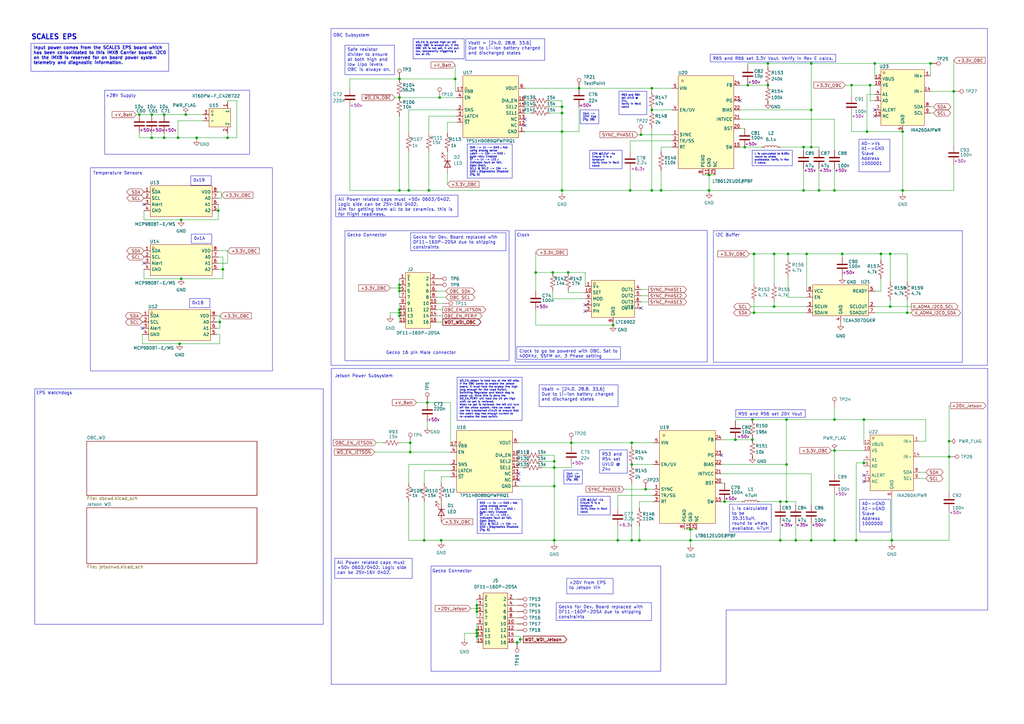
<source format=kicad_sch>
(kicad_sch (version 20250114) (generator "eeschema") (generator_version "9.0")
  (paper "A3")
  (rectangle (start 42.9259 36.9749) (end 102.362 63.246))
  (rectangle (start 141.478 94.615) (end 208.788 147.955))
  (rectangle (start 135.763 11.684) (end 405.003 149.86))
  (rectangle (start 292.608 94.615) (end 394.716 148.59))
  (rectangle (start 211.328 94.488) (end 290.068 148.463))
  (rectangle (start 14.224 159.512) (end 132.588 256.032))
  (rectangle (start 176.784 232.156) (end 271.018 275.336))
  (rectangle (start 37.084 68.834) (end 111.76 152.146))
  (text "OBC Subsystem" (at 144.145 14.605 0) (effects (font (size 1.27 1.27))))
  (text "I2C Buffer" (at 298.45 96.52 0) (effects (font (size 1.27 1.27))))
  (text "Temperature Sensors" (at 48.26 71.12 0) (effects (font (size 1.27 1.27))))
  (text "SCALES EPS" (at 22.225 15.24 0) (effects (font (size 2.032 2.032) (thickness 0.4064) (bold yes))))
  (text "Gecko 16 pin Male connector" (at 172.72 144.78 0) (effects (font (size 1.27 1.27))))
  (text "Gecko Connector" (at 185.42 234.315 0) (effects (font (size 1.27 1.27))))
  (text "Gecko Connector" (at 150.495 96.52 0) (effects (font (size 1.27 1.27))))
  (text "Clock\n" (at 214.63 96.52 0) (effects (font (size 1.27 1.27))))
  (text "EPS Watchdogs" (at 22.225 161.29 0) (effects (font (size 1.27 1.27))))
  (text "+28V Supply\n" (at 49.53 39.37 0) (effects (font (size 1.27 1.27))))
  (text "Jetson Power Subsystem" (at 149.225 154.305 0) (effects (font (size 1.27 1.27))))
  (text_box "R63 and R64 set UVLO @ 24v.\nVerify in RevE calcs" (at 253.873 37.465 0) (size 11.43 9.525) (margins 0.9525 0.9525 0.9525 0.9525) (effects (font (size 0.762 0.762)) (justify left top)))
  (text_box "Clock to go be powered with OBC. Set to 400Khz, SSFM on. 3 Phase setting" (at 211.963 142.24 0) (size 42.545 5.08) (margins 0.9525 0.9525 0.9525 0.9525) (effects (font (size 1.27 1.27)) (justify left top)))
  (text_box "Vbatt = [24.0, 28.8, 33.6] Due to Li-ion battery charged and discharged states" (at 221.107 157.861 0) (size 32.385 8.89) (margins 0.9525 0.9525 0.9525 0.9525) (effects (font (size 1.27 1.27)) (justify left top)))
  (text_box "L is calculated to be 35.315uH, round to whats available. 47uH" (at 299.212 206.756 0) (size 17.145 11.43) (margins 0.9525 0.9525 0.9525 0.9525) (effects (font (size 1.27 1.27)) (justify left top)))
  (text_box "+20V from EPS to Jetson Vin" (at 232.41 237.236 0) (size 19.05 6.35) (margins 0.9525 0.9525 0.9525 0.9525) (effects (font (size 1.27 1.27)) (justify left top)))
  (text_box "0x1B" (at 77.724 122.428 0) (size 8.382 3.81) (margins 0.9525 0.9525 0.9525 0.9525) (effects (font (size 1.27 1.27)) (justify left top)))
  (text_box "0x19" (at 78.232 72.136 0) (size 8.382 3.81) (margins 0.9525 0.9525 0.9525 0.9525) (effects (font (size 1.27 1.27)) (justify left top)))
  (text_box "WD_EN is pulled high on WD side. OBC is always on. If the OBC WD is not pet, it will pull low, temporarily triggering a low at EN." (at 169.418 15.875 0) (size 20.955 8.255) (margins 0.9525 0.9525 0.9525 0.9525) (effects (font (size 0.762 0.762)) (justify left top)))
  (text_box "C25 @2.2uF ~1s\nEnsure it is a tantalum\nVerify time in RevE calcs" (at 236.982 203.581 0) (size 13.335 7.62) (margins 0.9525 0.9525 0.9525 0.9525) (effects (font (size 0.762 0.762)) (justify left top)))
  (text_box "Input power comes from the SCALES EPS board which has been consolidated to this IMX8 Carrier board. I2C0 on the IMX8 is reserved for on board power system telemetry and diagnostic information." (at 12.7 17.78 0) (size 56.515 11.43) (margins 0.9525 0.9525 0.9525 0.9525) (effects (font (size 1.27 1.27) (thickness 0.254) (bold yes)) (justify left top)))
  (text_box "A0->GND\nA1->GND\nSlave Address\n1000000" (at 352.552 204.851 0) (size 12.7 13.335) (margins 0.9525 0.9525 0.9525 0.9525) (effects (font (size 1.27 1.27)) (justify left top)))
  (text_box "All Power related caps must +50v 0603/0402. Logic side can be 25V~16V 0402.\nAim for getting them all to be ceramics, this is for flight readiness." (at 137.668 80.01 0) (size 50.165 8.89) (margins 0.9525 0.9525 0.9525 0.9525) (effects (font (size 1.27 1.27)) (justify left top)))
  (text_box "A0->Vs\nA1->GND\nSlave Address\n1000001" (at 352.298 57.15 0) (size 12.7 13.335) (margins 0.9525 0.9525 0.9525 0.9525) (effects (font (size 1.27 1.27)) (justify left top)))
  (text_box "WD_EN_Jetson is held low at the WD side. If the OBC wants to enable the Jetson board, it must hold the enable line high long enough for the Load Switch, Switching Regulator and Watch dog to power up. Once this is done the WD_EN_PERIF will hold the EN pin high until no pet is recieved.\nWhen no pet is recieved, the WD will turn off the whole system, here we need to use the crowbarred circuit to ensure that the watch dog has enough current to re-enable the load switch." (at 187.452 154.686 0) (size 26.67 17.78) (margins 0.9525 0.9525 0.9525 0.9525) (effects (font (size 0.762 0.762)) (justify left top)))
  (text_box "R53 and R54 set UVLO @ 24v" (at 245.872 184.531 0) (size 11.43 9.525) (margins 0.9525 0.9525 0.9525 0.9525) (effects (font (size 1.27 1.27)) (justify left top)))
  (text_box "Vout -> 22nF Cap\n(Pg. 38)" (at 231.267 192.786 0) (size 7.62 5.715) (margins 0.9525 0.9525 0.9525 0.9525) (effects (font (size 0.762 0.762)) (justify left top)))
  (text_box "R65 and R66 set 3.3V Vout. Verify in Rev E calcs." (at 291.338 22.225 0) (size 51.435 3.175) (margins 0.9525 0.9525 0.9525 0.9525) (effects (font (size 1.27 1.27)) (justify left top)))
  (text_box "0x1A" (at 78.486 96.012 0) (size 8.382 3.81) (margins 0.9525 0.9525 0.9525 0.9525) (effects (font (size 1.27 1.27)) (justify left top)))
  (text_box "Gecko for Dev. Board replaced with DF11-16DP-2DSA due to shipping constraints" (at 228.092 247.142 0) (size 39.116 7.366) (margins 0.9525 0.9525 0.9525 0.9525) (effects (font (size 1.27 1.27)) (justify left top)))
  (text_box "R55 and R56 set 20V Vout" (at 301.752 168.021 0) (size 28.575 3.175) (margins 0.9525 0.9525 0.9525 0.9525) (effects (font (size 1.27 1.27)) (justify left top)))
  (text_box "C25 @2.2uF ~1s\nEnsure it is a tantalum\nVerify time in RevE calcs" (at 241.808 61.595 0) (size 13.335 7.62) (margins 0.9525 0.9525 0.9525 0.9525) (effects (font (size 0.762 0.762)) (justify left top)))
  (text_box "Vout -> 22nF Cap\n(Pg. 38)" (at 237.998 45.085 0) (size 7.62 5.715) (margins 0.9525 0.9525 0.9525 0.9525) (effects (font (size 0.762 0.762)) (justify left top)))
  (text_box "Gecko for Dev. Board replaced with DF11-16DP-2DSA due to shipping constraints" (at 168.402 95.504 0) (size 39.116 7.366) (margins 0.9525 0.9525 0.9525 0.9525) (effects (font (size 1.27 1.27)) (justify left top)))
  (text_box "SNS -> 1k -> GND : Not using analog sense\nLatch -> 15k -> GND : Auto-retry Enabled\n~{ST} -> 1k -> LED : Indicates fault on fail. Open Drain.\nSEL1 & SEL2 -> 15k -> GND : Diagnostics Disabled\n(Pg. 5)" (at 195.707 204.851 0) (size 18.415 13.97) (margins 0.9525 0.9525 0.9525 0.9525) (effects (font (size 0.762 0.762)) (justify left top)))
  (text_box "L is calculated to 6.09u round to whats avaialable. Verify in Rev E calcs." (at 308.483 61.595 0) (size 16.51 6.35) (margins 0.9525 0.9525 0.9525 0.9525) (effects (font (size 0.762 0.762)) (justify left top)))
  (text_box "Vbatt = [24.0, 28.8, 33.6] Due to Li-ion battery charged and discharged states" (at 191.008 15.875 0) (size 32.385 8.89) (margins 0.9525 0.9525 0.9525 0.9525) (effects (font (size 1.27 1.27)) (justify left top)))
  (text_box "SNS -> 1k -> GND : Not using analog sense\nLatch -> 15k -> GND : Auto-retry Enabled\n~{ST} -> 1k -> LED : Indicates fault on fail. Open Drain.\nSEL1 & SEL2 -> 15k -> GND : Diagnostics Disabled\n(Pg. 5)" (at 191.643 59.055 0) (size 18.415 13.97) (margins 0.9525 0.9525 0.9525 0.9525) (effects (font (size 0.762 0.762)) (justify left top)))
  (text_box "All Power related caps must +50v 0603/0402. Logic side can be 25V~16V 0402." (at 137.287 228.981 0) (size 31.75 8.255) (margins 0.9525 0.9525 0.9525 0.9525) (effects (font (size 1.27 1.27)) (justify left top)))
  (text_box "Safe resistor divider to ensure at both high and low Lipo levels OBC is always on." (at 141.478 18.542 0) (size 20.32 12.065) (margins 0.9525 0.9525 0.9525 0.9525) (effects (font (size 1.27 1.27)) (justify left top)))
  (junction (at 332.74 26.035))
  (junction (at 80.645 56.515))
  (junction (at 372.11 128.27))
  (junction (at 290.83 71.755))
  (junction (at 195.58 260.985))
  (junction (at 323.215 104.14))
  (junction (at 74.295 90.17))
  (junction (at 309.245 104.14))
  (junction (at 227.33 199.39))
  (junction (at 297.18 205.74))
  (junction (at 267.335 78.105))
  (junction (at 195.58 249.555))
  (junction (at 301.625 180.34))
  (junction (at 365.76 221.615))
  (junction (at 389.255 180.975))
  (junction (at 259.08 221.615))
  (junction (at 91.44 110.49))
  (junction (at 349.25 34.925))
  (junction (at 391.16 37.465))
  (junction (at 356.87 34.925))
  (junction (at 370.205 53.975))
  (junction (at 89.535 86.36))
  (junction (at 365.125 125.73))
  (junction (at 195.58 258.445))
  (junction (at 195.58 250.825))
  (junction (at 73.66 140.97))
  (junction (at 195.58 259.715))
  (junction (at 264.795 200.66))
  (junction (at 370.205 78.105))
  (junction (at 173.99 221.615))
  (junction (at 213.36 262.255))
  (junction (at 314.96 34.925))
  (junction (at 320.04 221.615))
  (junction (at 62.23 56.515))
  (junction (at 317.5 125.73))
  (junction (at 345.44 104.14))
  (junction (at 358.775 26.035))
  (junction (at 175.26 165.1))
  (junction (at 329.565 60.325))
  (junction (at 381.635 26.035))
  (junction (at 308.61 172.085))
  (junction (at 62.23 46.99))
  (junction (at 322.58 172.085))
  (junction (at 163.83 119.38))
  (junction (at 322.58 205.74))
  (junction (at 168.275 181.61))
  (junction (at 267.335 36.195))
  (junction (at 355.6 53.975))
  (junction (at 332.74 60.325))
  (junction (at 163.83 129.54))
  (junction (at 90.17 132.08))
  (junction (at 67.31 56.515))
  (junction (at 230.505 53.975))
  (junction (at 175.895 78.105))
  (junction (at 230.505 46.355))
  (junction (at 167.64 78.105))
  (junction (at 389.255 187.325))
  (junction (at 283.21 221.615))
  (junction (at 342.265 172.085))
  (junction (at 271.145 78.105))
  (junction (at 93.345 56.515))
  (junction (at 227.33 191.77))
  (junction (at 227.33 189.23))
  (junction (at 317.5 104.14))
  (junction (at 230.505 78.105))
  (junction (at 74.295 114.3))
  (junction (at 330.835 104.14))
  (junction (at 163.83 40.005))
  (junction (at 320.04 205.74))
  (junction (at 309.245 128.27))
  (junction (at 342.265 221.615))
  (junction (at 262.89 55.245))
  (junction (at 305.435 60.325))
  (junction (at 259.08 181.61))
  (junction (at 212.09 263.525))
  (junction (at 351.155 221.615))
  (junction (at 308.61 180.34))
  (junction (at 230.505 43.815))
  (junction (at 354.33 189.865))
  (junction (at 234.315 181.61))
  (junction (at 163.83 127))
  (junction (at 329.565 78.105))
  (junction (at 168.275 185.42))
  (junction (at 326.39 221.615))
  (junction (at 332.74 45.085))
  (junction (at 354.33 172.085))
  (junction (at 332.74 221.615))
  (junction (at 322.58 190.5))
  (junction (at 57.15 46.99))
  (junction (at 186.69 32.385))
  (junction (at 262.255 221.615))
  (junction (at 342.265 184.785))
  (junction (at 195.58 248.285))
  (junction (at 76.2 46.99))
  (junction (at 335.915 78.105))
  (junction (at 258.445 78.105))
  (junction (at 251.46 133.35))
  (junction (at 163.83 118.11))
  (junction (at 361.315 104.14))
  (junction (at 163.83 32.385))
  (junction (at 306.705 34.925))
  (junction (at 180.34 40.005))
  (junction (at 163.83 116.84))
  (junction (at 237.49 36.195))
  (junction (at 365.125 104.14))
  (junction (at 163.83 78.105))
  (junction (at 290.83 78.105))
  (junction (at 227.33 221.615))
  (junction (at 73.025 56.515))
  (junction (at 253.365 221.615))
  (junction (at 283.21 217.17))
  (junction (at 267.335 45.085))
  (junction (at 233.045 111.76))
  (junction (at 226.695 111.76))
  (junction (at 163.83 128.27))
  (junction (at 314.96 26.035))
  (junction (at 180.975 221.615))
  (junction (at 67.31 46.99))
  (junction (at 342.265 78.105))
  (junction (at 219.71 111.76))
  (junction (at 259.08 190.5))
  (no_connect (at 59.055 83.82))
  (no_connect (at 354.33 194.945))
  (no_connect (at 354.33 197.485))
  (no_connect (at 358.775 45.085))
  (no_connect (at 295.91 186.69))
  (no_connect (at 358.775 47.625))
  (no_connect (at 212.725 196.85))
  (no_connect (at 59.055 107.95))
  (no_connect (at 240.03 127.635))
  (no_connect (at 240.03 125.095))
  (no_connect (at 215.265 51.435))
  (no_connect (at 262.89 126.365))
  (no_connect (at 58.42 134.62))
  (no_connect (at 303.53 41.275))
  (no_connect (at 215.265 48.895))
  (no_connect (at 212.725 194.31))
  (wire (pts (xy 271.145 78.105) (xy 290.83 78.105)))
  (wire (pts (xy 342.265 201.93) (xy 342.265 221.615)))
  (wire (pts (xy 346.71 34.925) (xy 349.25 34.925)))
  (wire (pts (xy 307.975 128.27) (xy 309.245 128.27)))
  (wire (pts (xy 179.07 119.38) (xy 182.88 119.38)))
  (wire (pts (xy 329.565 60.325) (xy 332.74 60.325)))
  (wire (pts (xy 91.44 105.41) (xy 91.44 110.49)))
  (wire (pts (xy 283.21 221.615) (xy 283.21 217.17)))
  (wire (pts (xy 73.66 140.97) (xy 90.17 140.97)))
  (wire (pts (xy 227.33 221.615) (xy 253.365 221.615)))
  (wire (pts (xy 57.15 46.99) (xy 62.23 46.99)))
  (wire (pts (xy 168.275 181.61) (xy 168.275 185.42)))
  (wire (pts (xy 332.74 194.31) (xy 332.74 207.01)))
  (wire (pts (xy 320.04 205.74) (xy 320.04 207.01)))
  (wire (pts (xy 186.69 37.465) (xy 187.325 37.465)))
  (wire (pts (xy 323.215 104.14) (xy 330.835 104.14)))
  (wire (pts (xy 290.83 78.74) (xy 290.83 78.105)))
  (wire (pts (xy 167.64 62.23) (xy 167.64 78.105)))
  (wire (pts (xy 354.33 172.085) (xy 379.73 172.085)))
  (wire (pts (xy 271.145 78.105) (xy 271.145 69.85)))
  (wire (pts (xy 342.265 172.085) (xy 342.265 167.005)))
  (wire (pts (xy 173.99 198.12) (xy 173.99 193.04)))
  (wire (pts (xy 267.335 52.705) (xy 267.335 78.105)))
  (wire (pts (xy 180.34 40.005) (xy 187.325 40.005)))
  (wire (pts (xy 180.975 195.58) (xy 184.785 195.58)))
  (wire (pts (xy 230.505 46.355) (xy 230.505 53.975)))
  (wire (pts (xy 370.205 79.375) (xy 370.205 78.105)))
  (wire (pts (xy 58.42 137.16) (xy 58.42 140.97)))
  (wire (pts (xy 74.295 90.17) (xy 89.535 90.17)))
  (wire (pts (xy 309.245 128.27) (xy 330.835 128.27)))
  (wire (pts (xy 183.515 75.565) (xy 183.515 71.12)))
  (wire (pts (xy 322.58 172.085) (xy 322.58 190.5)))
  (wire (pts (xy 62.23 56.515) (xy 67.31 56.515)))
  (wire (pts (xy 227.33 199.39) (xy 227.33 221.615)))
  (wire (pts (xy 195.58 258.445) (xy 195.58 259.715)))
  (wire (pts (xy 322.58 172.085) (xy 342.265 172.085)))
  (wire (pts (xy 290.83 78.105) (xy 329.565 78.105)))
  (polyline (pts (xy 135.89 151.13) (xy 405.13 151.13)))
  (wire (pts (xy 255.905 200.66) (xy 264.795 200.66)))
  (wire (pts (xy 329.565 78.105) (xy 335.915 78.105)))
  (wire (pts (xy 326.39 214.63) (xy 326.39 221.615)))
  (wire (pts (xy 330.835 104.14) (xy 330.835 119.38)))
  (wire (pts (xy 381.635 43.815) (xy 382.905 43.815)))
  (wire (pts (xy 365.125 104.14) (xy 372.11 104.14)))
  (wire (pts (xy 89.535 81.28) (xy 90.805 81.28)))
  (wire (pts (xy 80.645 57.15) (xy 80.645 56.515)))
  (wire (pts (xy 329.565 69.215) (xy 329.565 78.105)))
  (wire (pts (xy 391.16 78.105) (xy 391.16 67.31)))
  (wire (pts (xy 175.26 165.1) (xy 184.785 165.1)))
  (wire (pts (xy 317.5 125.73) (xy 330.835 125.73)))
  (wire (pts (xy 370.205 78.105) (xy 391.16 78.105)))
  (wire (pts (xy 175.26 165.1) (xy 170.815 165.1)))
  (wire (pts (xy 234.315 191.77) (xy 234.315 190.5)))
  (wire (pts (xy 320.04 60.325) (xy 329.565 60.325)))
  (wire (pts (xy 295.91 205.74) (xy 297.18 205.74)))
  (wire (pts (xy 332.74 221.615) (xy 342.265 221.615)))
  (wire (pts (xy 305.435 60.325) (xy 312.42 60.325)))
  (wire (pts (xy 163.83 129.54) (xy 163.83 132.08)))
  (wire (pts (xy 389.89 166.37) (xy 389.255 166.37)))
  (wire (pts (xy 187.325 45.085) (xy 167.64 45.085)))
  (wire (pts (xy 160.02 118.11) (xy 163.83 118.11)))
  (wire (pts (xy 179.07 132.08) (xy 181.61 132.08)))
  (wire (pts (xy 175.895 62.23) (xy 175.895 78.105)))
  (wire (pts (xy 91.44 110.49) (xy 89.535 110.49)))
  (wire (pts (xy 271.145 60.325) (xy 271.145 62.23)))
  (wire (pts (xy 332.74 26.035) (xy 358.775 26.035)))
  (wire (pts (xy 167.64 221.615) (xy 173.99 221.615)))
  (wire (pts (xy 329.565 60.325) (xy 329.565 61.595)))
  (wire (pts (xy 253.365 215.9) (xy 253.365 221.615)))
  (wire (pts (xy 89.535 102.87) (xy 93.345 102.87)))
  (wire (pts (xy 153.67 185.42) (xy 168.275 185.42)))
  (wire (pts (xy 230.505 78.105) (xy 258.445 78.105)))
  (wire (pts (xy 62.23 46.99) (xy 67.31 46.99)))
  (wire (pts (xy 372.11 128.27) (xy 373.634 128.27)))
  (wire (pts (xy 351.155 221.615) (xy 365.76 221.615)))
  (wire (pts (xy 212.725 199.39) (xy 227.33 199.39)))
  (wire (pts (xy 58.42 140.97) (xy 73.66 140.97)))
  (wire (pts (xy 89.535 105.41) (xy 91.44 105.41)))
  (wire (pts (xy 307.34 104.14) (xy 309.245 104.14)))
  (wire (pts (xy 309.245 123.825) (xy 309.245 128.27)))
  (wire (pts (xy 233.045 111.76) (xy 240.03 111.76)))
  (wire (pts (xy 303.53 52.705) (xy 305.435 52.705)))
  (wire (pts (xy 314.96 41.91) (xy 314.96 42.545)))
  (wire (pts (xy 173.99 193.04) (xy 184.785 193.04)))
  (wire (pts (xy 212.725 186.69) (xy 214.63 186.69)))
  (wire (pts (xy 212.725 181.61) (xy 234.315 181.61)))
  (wire (pts (xy 267.335 36.195) (xy 267.335 37.465)))
  (wire (pts (xy 267.335 78.105) (xy 271.145 78.105)))
  (wire (pts (xy 212.725 189.23) (xy 214.63 189.23)))
  (wire (pts (xy 97.155 41.275) (xy 97.155 56.515)))
  (wire (pts (xy 283.21 217.17) (xy 285.75 217.17)))
  (wire (pts (xy 179.07 129.54) (xy 181.61 129.54)))
  (wire (pts (xy 358.775 125.73) (xy 365.125 125.73)))
  (wire (pts (xy 59.055 114.3) (xy 74.295 114.3)))
  (wire (pts (xy 210.82 258.445) (xy 212.09 258.445)))
  (wire (pts (xy 306.705 34.925) (xy 314.96 34.925)))
  (wire (pts (xy 379.73 193.675) (xy 377.19 193.675)))
  (wire (pts (xy 184.785 190.5) (xy 167.64 190.5)))
  (wire (pts (xy 288.29 71.755) (xy 290.83 71.755)))
  (wire (pts (xy 93.345 107.95) (xy 89.535 107.95)))
  (wire (pts (xy 57.15 56.515) (xy 57.15 54.61)))
  (wire (pts (xy 210.82 250.825) (xy 212.09 250.825)))
  (wire (pts (xy 180.975 221.615) (xy 227.33 221.615)))
  (wire (pts (xy 389.255 166.37) (xy 389.255 180.975)))
  (wire (pts (xy 195.58 259.715) (xy 195.58 260.985)))
  (wire (pts (xy 342.265 69.215) (xy 342.265 78.105)))
  (wire (pts (xy 163.83 128.27) (xy 163.83 129.54)))
  (wire (pts (xy 253.365 221.615) (xy 259.08 221.615)))
  (wire (pts (xy 267.335 45.085) (xy 275.59 45.085)))
  (wire (pts (xy 222.25 189.23) (xy 227.33 189.23)))
  (wire (pts (xy 365.125 115.57) (xy 365.125 104.14)))
  (wire (pts (xy 143.51 43.815) (xy 143.51 78.105)))
  (wire (pts (xy 212.725 191.77) (xy 214.63 191.77)))
  (wire (pts (xy 213.36 262.255) (xy 213.36 263.525)))
  (wire (pts (xy 90.805 78.74) (xy 90.805 81.28)))
  (wire (pts (xy 345.44 113.03) (xy 345.44 113.665)))
  (wire (pts (xy 301.625 180.34) (xy 308.61 180.34)))
  (wire (pts (xy 234.315 181.61) (xy 234.315 182.88)))
  (wire (pts (xy 215.265 36.195) (xy 237.49 36.195)))
  (wire (pts (xy 355.6 53.975) (xy 370.205 53.975)))
  (wire (pts (xy 163.83 124.46) (xy 163.83 127)))
  (wire (pts (xy 179.07 124.46) (xy 181.61 124.46)))
  (wire (pts (xy 163.83 116.84) (xy 163.83 118.11)))
  (wire (pts (xy 320.04 221.615) (xy 320.04 214.63)))
  (wire (pts (xy 93.345 41.275) (xy 93.345 41.91)))
  (wire (pts (xy 297.18 205.74) (xy 304.165 205.74)))
  (wire (pts (xy 261.62 55.245) (xy 262.89 55.245)))
  (wire (pts (xy 340.995 184.785) (xy 342.265 184.785)))
  (wire (pts (xy 230.505 78.105) (xy 230.505 53.975)))
  (wire (pts (xy 89.535 78.74) (xy 90.805 78.74)))
  (wire (pts (xy 308.61 187.325) (xy 308.61 187.96)))
  (wire (pts (xy 90.17 140.97) (xy 90.17 137.16)))
  (wire (pts (xy 379.73 172.085) (xy 379.73 180.975)))
  (wire (pts (xy 167.64 45.085) (xy 167.64 54.61)))
  (wire (pts (xy 175.895 78.105) (xy 230.505 78.105)))
  (wire (pts (xy 295.91 198.12) (xy 297.18 198.12)))
  (wire (pts (xy 262.255 205.74) (xy 267.97 205.74)))
  (wire (pts (xy 332.74 45.085) (xy 332.74 60.325)))
  (wire (pts (xy 234.315 181.61) (xy 259.08 181.61)))
  (wire (pts (xy 306.705 26.035) (xy 306.705 26.67)))
  (wire (pts (xy 295.91 180.34) (xy 301.625 180.34)))
  (wire (pts (xy 183.515 50.165) (xy 183.515 54.61)))
  (wire (pts (xy 259.08 182.88) (xy 259.08 181.61)))
  (wire (pts (xy 89.535 86.36) (xy 89.535 83.82)))
  (wire (pts (xy 262.255 205.74) (xy 262.255 208.28)))
  (wire (pts (xy 290.83 71.755) (xy 290.83 78.105)))
  (wire (pts (xy 160.02 128.27) (xy 163.83 128.27)))
  (wire (pts (xy 262.255 221.615) (xy 283.21 221.615)))
  (wire (pts (xy 160.02 129.54) (xy 160.02 128.27)))
  (wire (pts (xy 91.44 114.3) (xy 91.44 110.49)))
  (wire (pts (xy 93.345 56.515) (xy 93.345 54.61)))
  (wire (pts (xy 143.51 32.385) (xy 163.83 32.385)))
  (wire (pts (xy 180.975 205.74) (xy 180.975 206.375)))
  (wire (pts (xy 183.515 50.165) (xy 187.325 50.165)))
  (wire (pts (xy 309.245 104.14) (xy 309.245 116.205)))
  (wire (pts (xy 213.36 262.255) (xy 214.63 262.255)))
  (wire (pts (xy 186.69 32.385) (xy 186.69 37.465)))
  (wire (pts (xy 258.445 62.23) (xy 258.445 57.785)))
  (wire (pts (xy 389.255 187.325) (xy 389.255 201.93)))
  (wire (pts (xy 240.03 111.76) (xy 240.03 117.475)))
  (wire (pts (xy 317.5 104.14) (xy 323.215 104.14)))
  (wire (pts (xy 314.96 26.035) (xy 332.74 26.035)))
  (wire (pts (xy 183.515 62.23) (xy 183.515 63.5)))
  (wire (pts (xy 365.76 203.835) (xy 365.76 221.615)))
  (wire (pts (xy 389.255 180.975) (xy 389.255 187.325)))
  (wire (pts (xy 190.5 259.715) (xy 195.58 259.715)))
  (wire (pts (xy 320.04 205.74) (xy 322.58 205.74)))
  (wire (pts (xy 267.335 36.195) (xy 275.59 36.195)))
  (wire (pts (xy 219.71 127) (xy 219.71 133.35)))
  (wire (pts (xy 301.625 172.085) (xy 301.625 172.72)))
  (wire (pts (xy 67.31 56.515) (xy 67.31 54.61)))
  (wire (pts (xy 323.215 104.14) (xy 323.215 106.045)))
  (wire (pts (xy 283.21 221.615) (xy 283.21 223.52)))
  (wire (pts (xy 379.73 196.215) (xy 377.19 196.215)))
  (wire (pts (xy 90.17 137.16) (xy 88.9 137.16)))
  (wire (pts (xy 67.31 46.99) (xy 76.2 46.99)))
  (wire (pts (xy 262.89 123.825) (xy 266.065 123.825)))
  (wire (pts (xy 227.33 189.23) (xy 227.33 191.77)))
  (wire (pts (xy 93.345 102.87) (xy 93.345 107.95)))
  (wire (pts (xy 156.845 181.61) (xy 154.305 181.61)))
  (wire (pts (xy 308.61 172.085) (xy 322.58 172.085)))
  (wire (pts (xy 73.025 49.53) (xy 83.185 49.53)))
  (wire (pts (xy 62.23 56.515) (xy 62.23 54.61)))
  (wire (pts (xy 323.215 121.92) (xy 330.835 121.92)))
  (wire (pts (xy 213.36 260.985) (xy 213.36 262.255)))
  (wire (pts (xy 180.975 221.615) (xy 180.975 222.25)))
  (wire (pts (xy 335.915 60.325) (xy 335.915 61.595)))
  (wire (pts (xy 262.89 118.745) (xy 266.065 118.745)))
  (wire (pts (xy 335.915 69.215) (xy 335.915 78.105)))
  (wire (pts (xy 179.07 127) (xy 181.61 127)))
  (wire (pts (xy 161.925 40.005) (xy 163.83 40.005)))
  (wire (pts (xy 258.445 78.105) (xy 267.335 78.105)))
  (wire (pts (xy 230.505 79.375) (xy 230.505 78.105)))
  (wire (pts (xy 342.265 184.785) (xy 342.265 194.31)))
  (wire (pts (xy 381.635 26.035) (xy 381.635 31.115)))
  (wire (pts (xy 391.16 37.465) (xy 391.16 59.69)))
  (wire (pts (xy 163.83 127) (xy 163.83 128.27)))
  (wire (pts (xy 361.315 104.14) (xy 361.315 106.68)))
  (wire (pts (xy 253.365 203.2) (xy 253.365 208.28)))
  (wire (pts (xy 59.055 110.49) (xy 59.055 114.3)))
  (wire (pts (xy 97.155 56.515) (xy 93.345 56.515)))
  (wire (pts (xy 212.09 245.745) (xy 210.82 245.745)))
  (wire (pts (xy 163.83 119.38) (xy 163.83 121.92)))
  (wire (pts (xy 358.775 26.035) (xy 381.635 26.035)))
  (wire (pts (xy 175.26 172.72) (xy 175.26 175.26)))
  (wire (pts (xy 233.045 119.38) (xy 233.045 120.015)))
  (wire (pts (xy 219.71 133.35) (xy 251.46 133.35)))
  (wire (pts (xy 219.71 111.76) (xy 219.71 119.38)))
  (wire (pts (xy 314.96 26.035) (xy 306.705 26.035)))
  (wire (pts (xy 225.425 43.815) (xy 230.505 43.815)))
  (wire (pts (xy 227.33 191.77) (xy 234.315 191.77)))
  (wire (pts (xy 217.805 46.355) (xy 215.265 46.355)))
  (wire (pts (xy 323.215 113.665) (xy 323.215 121.92)))
  (wire (pts (xy 295.91 194.31) (xy 332.74 194.31)))
  (wire (pts (xy 163.83 40.005) (xy 180.34 40.005)))
  (wire (pts (xy 222.25 186.69) (xy 227.33 186.69)))
  (wire (pts (xy 259.08 221.615) (xy 262.255 221.615)))
  (wire (pts (xy 237.49 43.815) (xy 237.49 53.975)))
  (wire (pts (xy 358.775 128.27) (xy 372.11 128.27)))
  (wire (pts (xy 226.695 119.38) (xy 226.695 122.555)))
  (wire (pts (xy 308.61 179.705) (xy 308.61 180.34)))
  (wire (pts (xy 332.74 26.035) (xy 332.74 45.085)))
  (wire (pts (xy 332.74 60.325) (xy 335.915 60.325)))
  (wire (pts (xy 163.83 118.11) (xy 163.83 119.38)))
  (wire (pts (xy 230.505 41.275) (xy 230.505 43.815)))
  (wire (pts (xy 80.645 56.515) (xy 73.025 56.515)))
  (wire (pts (xy 233.045 120.015) (xy 240.03 120.015)))
  (wire (pts (xy 344.805 132.715) (xy 344.805 132.08)))
  (wire (pts (xy 320.04 221.615) (xy 326.39 221.615)))
  (wire (pts (xy 193.04 249.555) (xy 195.58 249.555)))
  (wire (pts (xy 349.25 34.925) (xy 356.87 34.925)))
  (wire (pts (xy 361.315 104.14) (xy 365.125 104.14)))
  (wire (pts (xy 195.58 249.555) (xy 195.58 250.825)))
  (wire (pts (xy 90.17 129.54) (xy 90.17 132.08)))
  (wire (pts (xy 195.58 250.825) (xy 195.58 253.365)))
  (wire (pts (xy 175.895 47.625) (xy 175.895 54.61)))
  (wire (pts (xy 210.82 260.985) (xy 213.36 260.985)))
  (wire (pts (xy 365.76 221.615) (xy 365.76 222.885)))
  (wire (pts (xy 354.33 189.865) (xy 351.155 189.865)))
  (wire (pts (xy 283.21 221.615) (xy 320.04 221.615)))
  (wire (pts (xy 361.315 119.38) (xy 358.775 119.38)))
  (wire (pts (xy 317.5 104.14) (xy 317.5 116.205)))
  (wire (pts (xy 306.705 34.29) (xy 306.705 34.925)))
  (wire (pts (xy 73.025 49.53) (xy 73.025 56.515)))
  (wire (pts (xy 330.835 104.14) (xy 345.44 104.14)))
  (wire (pts (xy 180.975 195.58) (xy 180.975 198.12)))
  (wire (pts (xy 314.96 26.035) (xy 314.96 27.305)))
  (polyline (pts (xy 297.815 280.67) (xy 135.89 280.67)))
  (wire (pts (xy 163.83 47.625) (xy 163.83 78.105)))
  (wire (pts (xy 311.785 205.74) (xy 320.04 205.74)))
  (wire (pts (xy 230.505 43.815) (xy 230.505 46.355)))
  (wire (pts (xy 143.51 36.195) (xy 143.51 32.385)))
  (wire (pts (xy 379.73 180.975) (xy 377.19 180.975)))
  (wire (pts (xy 309.245 104.14) (xy 317.5 104.14)))
  (wire (pts (xy 59.055 86.36) (xy 59.055 90.17)))
  (wire (pts (xy 389.255 221.615) (xy 389.255 209.55)))
  (wire (pts (xy 237.49 36.195) (xy 267.335 36.195)))
  (wire (pts (xy 354.33 189.865) (xy 354.33 191.135)))
  (wire (pts (xy 163.83 32.385) (xy 186.69 32.385)))
  (wire (pts (xy 295.91 190.5) (xy 322.58 190.5)))
  (wire (pts (xy 303.53 34.925) (xy 306.705 34.925)))
  (wire (pts (xy 259.08 181.61) (xy 267.97 181.61)))
  (wire (pts (xy 258.445 57.785) (xy 275.59 57.785)))
  (wire (pts (xy 210.82 253.365) (xy 212.09 253.365)))
  (wire (pts (xy 253.365 203.2) (xy 267.97 203.2)))
  (wire (pts (xy 342.265 184.785) (xy 354.33 184.785)))
  (wire (pts (xy 164.465 181.61) (xy 168.275 181.61)))
  (wire (pts (xy 90.17 132.08) (xy 90.17 134.62)))
  (wire (pts (xy 226.695 111.76) (xy 233.045 111.76)))
  (wire (pts (xy 365.76 221.615) (xy 389.255 221.615)))
  (wire (pts (xy 381.635 46.355) (xy 382.905 46.355)))
  (wire (pts (xy 76.2 46.99) (xy 83.185 46.99)))
  (wire (pts (xy 90.17 134.62) (xy 88.9 134.62)))
  (wire (pts (xy 335.915 78.105) (xy 342.265 78.105)))
  (polyline (pts (xy 297.815 250.19) (xy 297.815 280.67)))
  (wire (pts (xy 217.805 41.275) (xy 215.265 41.275)))
  (polyline (pts (xy 135.89 151.13) (xy 135.89 280.67)))
  (wire (pts (xy 262.89 121.285) (xy 266.065 121.285)))
  (wire (pts (xy 372.11 104.14) (xy 372.11 115.57)))
  (wire (pts (xy 215.265 53.975) (xy 230.505 53.975)))
  (wire (pts (xy 89.535 90.17) (xy 89.535 86.36)))
  (wire (pts (xy 259.08 198.12) (xy 259.08 221.615)))
  (wire (pts (xy 213.36 263.525) (xy 212.09 263.525)))
  (wire (pts (xy 377.19 187.325) (xy 389.255 187.325)))
  (wire (pts (xy 355.6 38.735) (xy 358.775 38.735)))
  (wire (pts (xy 88.9 132.08) (xy 90.17 132.08)))
  (wire (pts (xy 317.5 123.825) (xy 317.5 125.73)))
  (wire (pts (xy 361.315 114.3) (xy 361.315 119.38)))
  (wire (pts (xy 88.9 129.54) (xy 90.17 129.54)))
  (wire (pts (xy 355.6 38.735) (xy 355.6 53.975)))
  (wire (pts (xy 391.16 24.765) (xy 391.16 37.465)))
  (wire (pts (xy 173.99 205.74) (xy 173.99 221.615)))
  (wire (pts (xy 342.265 48.895) (xy 342.265 61.595)))
  (wire (pts (xy 167.64 190.5) (xy 167.64 198.12)))
  (wire (pts (xy 308.61 172.085) (xy 301.625 172.085)))
  (wire (pts (xy 264.795 200.66) (xy 267.97 200.66)))
  (wire (pts (xy 212.09 248.285) (xy 210.82 248.285)))
  (wire (pts (xy 225.425 46.355) (xy 230.505 46.355)))
  (wire (pts (xy 195.58 255.905) (xy 195.58 258.445)))
  (wire (pts (xy 349.25 53.975) (xy 355.6 53.975)))
  (wire (pts (xy 356.87 41.275) (xy 356.87 34.925)))
  (wire (pts (xy 219.71 103.505) (xy 219.71 111.76)))
  (wire (pts (xy 358.775 41.275) (xy 356.87 41.275)))
  (polyline (pts (xy 405.13 250.19) (xy 297.815 250.19)))
  (wire (pts (xy 143.51 78.105) (xy 163.83 78.105)))
  (wire (pts (xy 262.255 221.615) (xy 262.255 215.9)))
  (wire (pts (xy 345.44 104.14) (xy 361.315 104.14)))
  (wire (pts (xy 163.83 114.3) (xy 163.83 116.84)))
  (wire (pts (xy 163.83 78.105) (xy 167.64 78.105)))
  (wire (pts (xy 354.33 188.595) (xy 354.33 189.865)))
  (wire (pts (xy 210.82 255.905) (xy 212.09 255.905)))
  (wire (pts (xy 370.205 53.975) (xy 370.205 78.105)))
  (wire (pts (xy 271.145 60.325) (xy 275.59 60.325)))
  (wire (pts (xy 230.505 53.975) (xy 237.49 53.975)))
  (wire (pts (xy 259.08 190.5) (xy 267.97 190.5)))
  (wire (pts (xy 219.71 111.76) (xy 226.695 111.76)))
  (wire (pts (xy 67.31 56.515) (xy 73.025 56.515)))
  (wire (pts (xy 80.645 56.515) (xy 93.345 56.515)))
  (wire (pts (xy 195.58 245.745) (xy 195.58 248.285)))
  (wire (pts (xy 57.15 56.515) (xy 62.23 56.515)))
  (wire (pts (xy 349.25 34.925) (xy 349.25 39.37)))
  (wire (pts (xy 184.785 165.1) (xy 184.785 182.88)))
  (wire (pts (xy 262.89 55.245) (xy 275.59 55.245)))
  (wire (pts (xy 365.125 125.73) (xy 373.761 125.73)))
  (wire (pts (xy 195.58 248.285) (xy 195.58 249.555)))
  (polyline (pts (xy 405.13 151.13) (xy 405.13 250.19)))
  (wire (pts (xy 227.33 221.615) (xy 227.33 222.885)))
  (wire (pts (xy 210.82 263.525) (xy 212.09 263.525)))
  (wire (pts (xy 290.83 71.755) (xy 293.37 71.755)))
  (wire (pts (xy 186.69 26.67) (xy 186.69 32.385)))
  (wire (pts (xy 303.53 45.085) (xy 332.74 45.085)))
  (wire (pts (xy 59.055 90.17) (xy 74.295 90.17)))
  (wire (pts (xy 342.265 221.615) (xy 351.155 221.615)))
  (wire (pts (xy 342.265 78.105) (xy 370.205 78.105)))
  (wire (pts (xy 225.425 41.275) (xy 230.505 41.275)))
  (wire (pts (xy 303.53 60.325) (xy 305.435 60.325)))
  (wire (pts (xy 356.87 34.925) (xy 358.775 34.925)))
  (wire (pts (xy 227.33 186.69) (xy 227.33 189.23)))
  (wire (pts (xy 372.11 123.19) (xy 372.11 128.27)))
  (wire (pts (xy 167.64 205.74) (xy 167.64 221.615)))
  (wire (pts (xy 195.58 260.985) (xy 195.58 263.525)))
  (wire (pts (xy 332.74 214.63) (xy 332.74 221.615)))
  (wire (pts (xy 365.125 123.19) (xy 365.125 125.73)))
  (wire (pts (xy 179.07 121.92) (xy 182.88 121.92)))
  (wire (pts (xy 74.295 114.3) (xy 91.44 114.3)))
  (wire (pts (xy 322.58 190.5) (xy 322.58 205.74)))
  (wire (pts (xy 354.33 182.245) (xy 354.33 172.085)))
  (wire (pts (xy 326.39 205.74) (xy 326.39 207.01)))
  (wire (pts (xy 226.695 122.555) (xy 240.03 122.555)))
  (wire (pts (xy 303.53 48.895) (xy 342.265 48.895)))
  (wire (pts (xy 258.445 69.85) (xy 258.445 78.105)))
  (wire (pts (xy 222.25 191.77) (xy 227.33 191.77)))
  (wire (pts (xy 322.58 205.74) (xy 326.39 205.74)))
  (wire (pts (xy 251.46 132.715) (xy 251.46 133.35)))
  (wire (pts (xy 358.775 32.385) (xy 358.775 26.035)))
  (wire (pts (xy 227.33 191.77) (xy 227.33 199.39)))
  (wire (pts (xy 307.975 125.73) (xy 317.5 125.73)))
  (wire (pts (xy 190.5 259.715) (xy 190.5 262.255)))
  (wire (pts (xy 55.88 46.99) (xy 57.15 46.99)))
  (wire (pts (xy 280.67 217.17) (xy 283.21 217.17)))
  (wire (pts (xy 168.275 185.42) (xy 184.785 185.42)))
  (wire (pts (xy 351.155 189.865) (xy 351.155 221.615)))
  (wire (pts (xy 381.635 37.465) (xy 391.16 37.465)))
  (wire (pts (xy 173.99 221.615) (xy 180.975 221.615)))
  (wire (pts (xy 93.345 41.275) (xy 97.155 41.275)))
  (wire (pts (xy 217.805 43.815) (xy 215.265 43.815)))
  (wire (pts (xy 167.64 78.105) (xy 175.895 78.105)))
  (wire (pts (xy 175.895 47.625) (xy 187.325 47.625)))
  (wire (pts (xy 345.44 105.41) (xy 345.44 104.14)))
  (wire (pts (xy 342.265 172.085) (xy 354.33 172.085)))
  (wire (pts (xy 326.39 221.615) (xy 332.74 221.615)))
  (wire (pts (xy 349.25 46.99) (xy 349.25 53.975)))
  (global_label "+3.3V_OBC" (shape input) (at 346.71 34.925 180) (property "Intersheetrefs" "${INTERSHEET_REFS}" (effects (hide yes))))
  (global_label "+3.3V_OBC" (shape input) (at 307.34 104.14 180) (property "Intersheetrefs" "${INTERSHEET_REFS}" (effects (hide yes))))
  (global_label "SCL" (shape bidirectional) (at 307.975 125.73 180) (property "Intersheetrefs" "${INTERSHEET_REFS}" (effects (hide yes))))
  (global_label "+3.3V_OBC" (shape input) (at 90.805 80.01 0) (property "Intersheetrefs" "${INTERSHEET_REFS}" (effects (hide yes))))
  (global_label "+V_Batt" (shape input) (at 170.815 165.1 180) (property "Intersheetrefs" "${INTERSHEET_REFS}" (effects (hide yes))))
  (global_label "X_ADMA_I2C0_SCL" (shape output) (at 373.761 125.73 0) (property "Intersheetrefs" "${INTERSHEET_REFS}" (effects (hide yes))))
  (global_label "+V_Batt" (shape input) (at 186.69 26.67 180) (property "Intersheetrefs" "${INTERSHEET_REFS}" (effects (hide yes))))
  (global_label "SDA" (shape bidirectional) (at 59.055 78.74 180) (property "Intersheetrefs" "${INTERSHEET_REFS}" (effects (hide yes))))
  (global_label "+3.3V_OBC" (shape input) (at 93.345 102.87 0) (property "Intersheetrefs" "${INTERSHEET_REFS}" (effects (hide yes))))
  (global_label "SCL" (shape bidirectional) (at 379.73 196.215 0) (property "Intersheetrefs" "${INTERSHEET_REFS}" (effects (hide yes))))
  (global_label "OBC SDA" (shape bidirectional) (at 182.88 119.38 0) (property "Intersheetrefs" "${INTERSHEET_REFS}" (effects (hide yes))))
  (global_label "+V_Batt" (shape input) (at 55.88 46.99 180) (property "Intersheetrefs" "${INTERSHEET_REFS}" (effects (hide yes))))
  (global_label "SDA" (shape bidirectional) (at 379.73 193.675 0) (property "Intersheetrefs" "${INTERSHEET_REFS}" (effects (hide yes))))
  (global_label "+3.3V_OBC" (shape input) (at 90.17 129.54 0) (property "Intersheetrefs" "${INTERSHEET_REFS}" (effects (hide yes))))
  (global_label "+3.3V_OBC" (shape input) (at 183.515 75.565 0) (property "Intersheetrefs" "${INTERSHEET_REFS}" (effects (hide yes))))
  (global_label "OBC_EN_JETSON" (shape input) (at 154.305 181.61 180) (property "Intersheetrefs" "${INTERSHEET_REFS}" (effects (hide yes))))
  (global_label "+20V_Jetson" (shape input) (at 193.04 249.555 180) (property "Intersheetrefs" "${INTERSHEET_REFS}" (effects (hide yes))))
  (global_label "SDA" (shape bidirectional) (at 58.42 129.54 180) (property "Intersheetrefs" "${INTERSHEET_REFS}" (effects (hide yes))))
  (global_label "SYNC_PHASE1" (shape input) (at 261.62 55.245 180) (property "Intersheetrefs" "${INTERSHEET_REFS}" (effects (hide yes))))
  (global_label "WDT_WDI_OBC" (shape output) (at 181.61 132.08 0) (effects (font (thickness 0.254) (bold yes))) (property "Intersheetrefs" "${INTERSHEET_REFS}" (effects (hide yes))))
  (global_label "WDT_WDI_Jetson" (shape output) (at 214.63 262.255 0) (effects (font (thickness 0.254) (bold yes))) (property "Intersheetrefs" "${INTERSHEET_REFS}" (effects (hide yes))))
  (global_label "SCL" (shape bidirectional) (at 382.905 46.355 0) (property "Intersheetrefs" "${INTERSHEET_REFS}" (effects (hide yes))))
  (global_label "+3.3V_OBC" (shape input) (at 391.16 24.765 0) (property "Intersheetrefs" "${INTERSHEET_REFS}" (effects (hide yes))))
  (global_label "+3.3V_OBC" (shape input) (at 340.995 184.785 180) (property "Intersheetrefs" "${INTERSHEET_REFS}" (effects (hide yes))))
  (global_label "+3.3V_OBC" (shape input) (at 160.02 118.11 180) (property "Intersheetrefs" "${INTERSHEET_REFS}" (effects (hide yes))))
  (global_label "SYNC_PHASE1" (shape output) (at 266.065 118.745 0) (property "Intersheetrefs" "${INTERSHEET_REFS}" (effects (hide yes))))
  (global_label "SCL" (shape bidirectional) (at 59.055 105.41 180) (property "Intersheetrefs" "${INTERSHEET_REFS}" (effects (hide yes))))
  (global_label "SDA" (shape bidirectional) (at 307.975 128.27 180) (property "Intersheetrefs" "${INTERSHEET_REFS}" (effects (hide yes))))
  (global_label "SCL" (shape bidirectional) (at 58.42 132.08 180) (property "Intersheetrefs" "${INTERSHEET_REFS}" (effects (hide yes))))
  (global_label "SYNC_PHASE2" (shape output) (at 266.065 121.285 0) (property "Intersheetrefs" "${INTERSHEET_REFS}" (effects (hide yes))))
  (global_label "+3.3V_OBC" (shape input) (at 219.71 103.505 0) (property "Intersheetrefs" "${INTERSHEET_REFS}" (effects (hide yes))))
  (global_label "SDA" (shape bidirectional) (at 382.905 43.815 0) (property "Intersheetrefs" "${INTERSHEET_REFS}" (effects (hide yes))))
  (global_label "~{WD_EN_JETSON}" (shape input) (at 153.67 185.42 180) (property "Intersheetrefs" "${INTERSHEET_REFS}" (effects (hide yes))))
  (global_label "OBC_EN_JETSON" (shape output) (at 181.61 127 0) (property "Intersheetrefs" "${INTERSHEET_REFS}" (effects (hide yes))))
  (global_label "SCL" (shape bidirectional) (at 59.055 81.28 180) (property "Intersheetrefs" "${INTERSHEET_REFS}" (effects (hide yes))))
  (global_label "+3.3V_OBC" (shape input) (at 180.975 213.995 0) (property "Intersheetrefs" "${INTERSHEET_REFS}" (effects (hide yes))))
  (global_label "SYNC_PHASE3" (shape input) (at 255.905 200.66 180) (property "Intersheetrefs" "${INTERSHEET_REFS}" (effects (hide yes))))
  (global_label "OBC SCL" (shape bidirectional) (at 182.88 121.92 0) (property "Intersheetrefs" "${INTERSHEET_REFS}" (effects (hide yes))))
  (global_label "SYNC_PHASE3" (shape output) (at 266.065 123.825 0) (property "Intersheetrefs" "${INTERSHEET_REFS}" (effects (hide yes))))
  (global_label "SDA" (shape bidirectional) (at 59.055 102.87 180) (property "Intersheetrefs" "${INTERSHEET_REFS}" (effects (hide yes))))
  (global_label "OBC_EN_PERIF" (shape output) (at 181.61 129.54 0) (property "Intersheetrefs" "${INTERSHEET_REFS}" (effects (hide yes))))
  (global_label "+20V_Jetson" (shape output) (at 389.89 166.37 0) (property "Intersheetrefs" "${INTERSHEET_REFS}" (effects (hide yes))))
  (global_label "X_ADMA_I2C0_SDA" (shape bidirectional) (at 373.634 128.27 0) (property "Intersheetrefs" "${INTERSHEET_REFS}" (effects (hide yes))))
  (global_label "~{WD_EN_OBC}" (shape input) (at 161.925 40.005 180) (property "Intersheetrefs" "${INTERSHEET_REFS}" (effects (hide yes))))
  (symbol (lib_id "EPS:TestPoint") (at 212.09 263.525 180) (unit 1)
    (property "Reference" "TP19" (at 212.09 268.351 90) (effects (justify left)))
    (property "Value" "TestPoint" (effects (hide yes)))
    (property "Footprint" "TestPoint:TestPoint_Pad_1.0x1.0mm" (effects (hide yes)))
    (property "Description" "test point" (effects (hide yes)))
  )
  (symbol (lib_id "Device:R_US") (at 259.08 194.31 0) (unit 1)
    (property "Reference" "R145" (at 260.35 193.04 0) (effects (justify left)))
    (property "Value" "2k" (at 260.35 195.58 0) (effects (justify left)))
    (property "Footprint" "EPS:R0402" (effects (hide yes)))
    (property "Description" "Resistor, US symbol" (effects (hide yes)))
    (property "LCSC" "C60488" (effects (hide yes)))
  )
  (symbol (lib_id "power:GND") (at 180.975 222.25 0) (unit 1)
    (property "Reference" "#PWR0106" (effects (hide yes)))
    (property "Value" "GND" (at 180.975 226.695 0))
    (property "Description" "Power symbol creates a global label with name \"GND\" , ground" (effects (hide yes)))
  )
  (symbol (lib_id "Device:R_US") (at 365.125 119.38 0) (unit 1)
    (property "Reference" "R158" (at 366.649 118.11 0) (effects (justify left)))
    (property "Value" "4.7k" (at 366.649 120.396 0) (effects (justify left)))
    (property "Footprint" "Resistor_SMD:R_0603_1608Metric" (effects (hide yes)))
    (property "Description" "Resistor, US symbol" (effects (hide yes)))
    (property "LCSC" "C99782" (effects (hide yes)))
  )
  (symbol (lib_id "power:PWR_FLAG") (at 342.265 184.785 0) (unit 1)
    (property "Reference" "#FLG017" (effects (hide yes)))
    (property "Value" "PWR_FLAG" (at 342.265 179.705 0))
    (property "Description" "Special symbol for telling ERC where power comes from" (effects (hide yes)))
  )
  (symbol (lib_id "EPS:TestPoint") (at 179.07 114.3 270) (unit 1)
    (property "Reference" "TP6" (at 184.785 114.2999 90) (effects (justify left)))
    (property "Value" "TestPoint" (effects (hide yes)))
    (property "Footprint" "TestPoint:TestPoint_Pad_1.0x1.0mm" (effects (hide yes)))
    (property "Description" "test point" (effects (hide yes)))
  )
  (symbol (lib_id "Device:R_US") (at 175.895 58.42 180) (unit 1)
    (property "Reference" "R111" (at 179.07 56.515 0))
    (property "Value" "15k" (at 179.07 58.42 0))
    (property "Footprint" "EPS:R0402" (effects (hide yes)))
    (property "Description" "Resistor, US symbol" (effects (hide yes)))
    (property "LCSC" "C114761" (effects (hide yes)))
  )
  (symbol (lib_id "Device:C") (at 67.31 50.8 0) (unit 1)
    (property "Reference" "C71" (at 66.04 45.466 0) (effects (justify left)))
    (property "Value" "10u" (at 65.278 43.688 0) (effects (justify left)))
    (property "Footprint" "Capacitor_SMD:C_1210_3225Metric" (effects (hide yes)))
    (property "Description" "Unpolarized capacitor" (effects (hide yes)))
    (property "LCSC" "C2918502" (effects (hide yes)))
    (property "Voltage Rating" "+50v" (at 69.85 53.34 0))
  )
  (symbol (lib_id "Device:C") (at 320.04 210.82 0) (unit 1)
    (property "Reference" "C83" (at 320.675 208.28 0) (effects (justify left)))
    (property "Value" "47u" (at 320.675 213.36 0) (effects (justify left)))
    (property "Footprint" "EPS:CAP-SMD_L7.3-W4.3-FD" (effects (hide yes)))
    (property "Description" "Unpolarized capacitor" (effects (hide yes)))
    (property "Voltage Rating" "+35v" (at 322.58 215.265 0))
    (property "LCSC" "C87110" (effects (hide yes)))
  )
  (symbol (lib_id "EPS:LT8612EUDE#PBF") (at 289.56 47.625 0) (unit 1)
    (property "Reference" "U20" (at 278.13 29.845 0) (effects (justify left)))
    (property "Value" "LT8612EUDE#PBF" (at 292.1 74.295 0) (effects (justify left)))
    (property "Footprint" "EPS:QFN-28_L6.0-W3.0-P0.50-BL-EP" (effects (hide yes)))
    (property "Datasheet" "https://jlcpcb.com/api/file/downloadByFileSystemAccessId/8589836477510287360" (effects (hide yes)))
    (property "Description" "42V, 6A, Step Down Regulator" (effects (hide yes)))
    (property "LCSC Part" "C580312" (effects (hide yes)))
  )
  (symbol (lib_id "EPS:TestPoint") (at 212.09 250.825 270) (unit 1)
    (property "Reference" "TP15" (at 216.916 250.825 90) (effects (justify left)))
    (property "Value" "TestPoint" (effects (hide yes)))
    (property "Footprint" "TestPoint:TestPoint_Pad_1.0x1.0mm" (effects (hide yes)))
    (property "Description" "test point" (effects (hide yes)))
  )
  (symbol (lib_id "power:GND") (at 314.96 41.91 0) (unit 1)
    (property "Reference" "#PWR0167" (effects (hide yes)))
    (property "Value" "GND" (at 318.135 43.815 0))
    (property "Description" "Power symbol creates a global label with name \"GND\" , ground" (effects (hide yes)))
  )
  (symbol (lib_id "EPS:TCA4307DGKR") (at 344.805 123.19 0) (unit 1)
    (property "Reference" "U21" (at 354.965 115.57 0))
    (property "Value" "TCA4307DGKR" (at 352.425 131.445 0))
    (property "Footprint" "EPS:VSSOP-8_L3.0-W3.0-P0.65-LS4.9-BL" (effects (hide yes)))
    (property "Datasheet" "https://www.ti.com/general/docs/suppproductinfo.tsp?distId=10&gotoUrl=https%3A%2F%2Fwww.ti.com%2Flit%2Fgpn%2Ftca4307" (effects (hide yes)))
    (property "Description" "I2C Buffer" (effects (hide yes)))
    (property "LCSC Part" "C880333" (effects (hide yes)))
  )
  (symbol (lib_id "Device:R_US") (at 372.11 119.38 0) (unit 1)
    (property "Reference" "R159" (at 373.634 118.11 0) (effects (justify left)))
    (property "Value" "4.7k" (at 373.634 120.396 0) (effects (justify left)))
    (property "Footprint" "Resistor_SMD:R_0603_1608Metric" (effects (hide yes)))
    (property "Description" "Resistor, US symbol" (effects (hide yes)))
    (property "LCSC" "C99782" (effects (hide yes)))
  )
  (symbol (lib_id "power:GND") (at 251.46 133.35 0) (unit 1)
    (property "Reference" "#PWR0163" (effects (hide yes)))
    (property "Value" "GND" (at 255.27 135.255 0))
    (property "Description" "Power symbol creates a global label with name \"GND\" , ground" (effects (hide yes)))
  )
  (symbol (lib_id "EPS:TestPoint") (at 391.16 37.465 270) (unit 1)
    (property "Reference" "TP27" (at 395.986 37.465 90) (effects (justify left)))
    (property "Value" "TestPoint" (effects (hide yes)))
    (property "Footprint" "TestPoint:TestPoint_Pad_1.0x1.0mm" (effects (hide yes)))
    (property "Description" "test point" (effects (hide yes)))
  )
  (symbol (lib_id "power:GND") (at 230.505 79.375 0) (unit 1)
    (property "Reference" "#PWR0162" (effects (hide yes)))
    (property "Value" "GND" (at 230.505 83.82 0))
    (property "Description" "Power symbol creates a global label with name \"GND\" , ground" (effects (hide yes)))
  )
  (symbol (lib_id "Device:R_US") (at 267.335 41.275 0) (unit 1)
    (property "Reference" "R147" (at 268.605 40.005 0) (effects (justify left)))
    (property "Value" "47k" (at 268.605 42.545 0) (effects (justify left)))
    (property "Footprint" "EPS:R0402" (effects (hide yes)))
    (property "Description" "Resistor, US symbol" (effects (hide yes)))
    (property "LCSC" "C93943" (effects (hide yes)))
  )
  (symbol (lib_id "EPS:TestPoint") (at 163.83 32.385 0) (unit 1)
    (property "Reference" "TP3" (at 165.1 28.575 0) (effects (justify left)))
    (property "Value" "TestPoint" (effects (hide yes)))
    (property "Footprint" "TestPoint:TestPoint_Pad_1.0x1.0mm" (effects (hide yes)))
    (property "Description" "test point" (effects (hide yes)))
  )
  (symbol (lib_id "Device:C") (at 349.25 43.18 0) (unit 1)
    (property "Reference" "C91" (at 350.52 40.64 0) (effects (justify left)))
    (property "Value" "100n" (at 350.52 45.72 0) (effects (justify left)))
    (property "Footprint" "EPS:C0402" (effects (hide yes)))
    (property "Description" "Unpolarized capacitor" (effects (hide yes)))
    (property "Voltage Rating" "+50v" (at 351.79 47.625 0))
    (property "LCSC" "C85858" (effects (hide yes)))
  )
  (symbol (lib_id "EPS:LT8612EUDE#PBF") (at 281.94 193.04 0) (unit 1)
    (property "Reference" "U19" (at 270.51 175.26 0) (effects (justify left)))
    (property "Value" "LT8612EUDE#PBF" (at 285.115 219.71 0) (effects (justify left)))
    (property "Footprint" "EPS:QFN-28_L6.0-W3.0-P0.50-BL-EP" (effects (hide yes)))
    (property "Datasheet" "https://jlcpcb.com/api/file/downloadByFileSystemAccessId/8589836477510287360" (effects (hide yes)))
    (property "Description" "42V, 6A, Step Down Regulator" (effects (hide yes)))
    (property "LCSC Part" "C580312" (effects (hide yes)))
  )
  (symbol (lib_id "power:GND") (at 370.205 79.375 0) (unit 1)
    (property "Reference" "#PWR0171" (effects (hide yes)))
    (property "Value" "GND" (at 370.205 83.82 0))
    (property "Description" "Power symbol creates a global label with name \"GND\" , ground" (effects (hide yes)))
  )
  (symbol (lib_id "Device:C") (at 306.705 30.48 0) (unit 1)
    (property "Reference" "C82" (at 309.245 29.21 0) (effects (justify left)))
    (property "Value" "10p" (at 309.245 31.115 0) (effects (justify left)))
    (property "Footprint" "EPS:C0402" (effects (hide yes)))
    (property "Description" "Unpolarized capacitor" (effects (hide yes)))
    (property "Voltage Rating" "+50v" (at 309.245 33.655 0))
    (property "LCSC" "C1545" (effects (hide yes)))
  )
  (symbol (lib_id "Device:R_US") (at 317.5 120.015 0) (unit 1)
    (property "Reference" "R155" (at 319.024 118.745 0) (effects (justify left)))
    (property "Value" "4.7k" (at 319.024 121.031 0) (effects (justify left)))
    (property "Footprint" "Resistor_SMD:R_0603_1608Metric" (effects (hide yes)))
    (property "Description" "Resistor, US symbol" (effects (hide yes)))
    (property "LCSC" "C99782" (effects (hide yes)))
  )
  (symbol (lib_id "EPS:INA260AIPWR") (at 365.76 189.865 0) (unit 1)
    (property "Reference" "U22" (at 358.14 177.165 0))
    (property "Value" "INA260AIPWR" (at 374.015 203.2 0))
    (property "Footprint" "EPS:TSSOP-16_L5.0-W4.4-P0.65-LS6.4-BL-1" (effects (hide yes)))
    (property "Datasheet" "https://www.ti.com/lit/ds/symlink/ina260.pdf?ts=1748375218606&ref_url=https%253A%252F%252Fwww.google.com%252F" (effects (hide yes)))
    (property "Description" "Precision Digital Current and Power Monitor With Low-Drift, Precision Integrated Shunt" (effects (hide yes)))
    (property "LCSC Part" "C2155885" (effects (hide yes)))
  )
  (symbol (lib_id "Device:C") (at 329.565 65.405 0) (unit 1)
    (property "Reference" "C85" (at 330.2 62.865 0) (effects (justify left)))
    (property "Value" "47u" (at 330.2 67.945 0) (effects (justify left)))
    (property "Footprint" "EPS:CAP-SMD_L7.3-W4.3-FD" (effects (hide yes)))
    (property "Description" "Unpolarized capacitor" (effects (hide yes)))
    (property "Voltage Rating" "+35v" (at 332.105 69.85 0))
    (property "LCSC" "C87110" (effects (hide yes)))
  )
  (symbol (lib_id "power:GND") (at 73.66 140.97 0) (unit 1)
    (property "Reference" "#PWR09" (effects (hide yes)))
    (property "Value" "GND" (at 73.66 145.542 0))
    (property "Description" "Power symbol creates a global label with name \"GND\" , ground" (effects (hide yes)))
  )
  (symbol (lib_id "Device:R_US") (at 226.695 115.57 0) (unit 1)
    (property "Reference" "R142" (at 229.87 114.3 0))
    (property "Value" "14k" (at 229.87 116.205 0))
    (property "Footprint" "Resistor_SMD:R_0603_1608Metric" (effects (hide yes)))
    (property "Description" "Resistor, US symbol" (effects (hide yes)))
    (property "LCSC" "C2930066" (effects (hide yes)))
  )
  (symbol (lib_id "Device:R_US") (at 167.64 201.93 180) (unit 1)
    (property "Reference" "R108" (at 170.815 201.295 0))
    (property "Value" "1k" (at 170.18 203.2 0))
    (property "Footprint" "EPS:R0402" (effects (hide yes)))
    (property "Description" "Resistor, US symbol" (effects (hide yes)))
    (property "LCSC" "C106235" (effects (hide yes)))
  )
  (symbol (lib_id "Device:R_US") (at 218.44 186.69 90) (unit 1)
    (property "Reference" "R118" (at 214.63 185.42 90))
    (property "Value" "15k" (at 222.25 185.42 90))
    (property "Footprint" "EPS:R0402" (effects (hide yes)))
    (property "Description" "Resistor, US symbol" (effects (hide yes)))
    (property "LCSC" "C114761" (effects (hide yes)))
  )
  (symbol (lib_id "power:GND") (at 283.21 223.52 0) (unit 1)
    (property "Reference" "#PWR0164" (effects (hide yes)))
    (property "Value" "GND" (at 283.21 227.965 0))
    (property "Description" "Power symbol creates a global label with name \"GND\" , ground" (effects (hide yes)))
  )
  (symbol (lib_id "Device:R_US") (at 167.64 58.42 180) (unit 1)
    (property "Reference" "R107" (at 170.815 57.15 0))
    (property "Value" "1k" (at 170.18 59.69 0))
    (property "Footprint" "EPS:R0402" (effects (hide yes)))
    (property "Description" "Resistor, US symbol" (effects (hide yes)))
    (property "LCSC" "C106235" (effects (hide yes)))
  )
  (symbol (lib_id "EPS:TestPoint") (at 262.89 55.245 0) (unit 1)
    (property "Reference" "TP22" (at 260.985 49.53 0) (effects (justify left)))
    (property "Value" "TestPoint" (effects (hide yes)))
    (property "Footprint" "TestPoint:TestPoint_Pad_1.0x1.0mm" (effects (hide yes)))
    (property "Description" "test point" (effects (hide yes)))
  )
  (symbol (lib_id "Device:C") (at 335.915 65.405 0) (unit 1)
    (property "Reference" "C87" (at 336.55 62.865 0) (effects (justify left)))
    (property "Value" "47u" (at 336.55 67.945 0) (effects (justify left)))
    (property "Footprint" "EPS:CAP-SMD_L7.3-W4.3-FD" (effects (hide yes)))
    (property "Description" "Unpolarized capacitor" (effects (hide yes)))
    (property "Voltage Rating" "+35v" (at 338.455 69.85 0))
    (property "LCSC" "C87110" (effects (hide yes)))
  )
  (symbol (lib_id "Device:R_US") (at 323.215 109.855 0) (unit 1)
    (property "Reference" "R156" (at 324.739 108.585 0) (effects (justify left)))
    (property "Value" "4.7k" (at 324.739 110.871 0) (effects (justify left)))
    (property "Footprint" "Resistor_SMD:R_0603_1608Metric" (effects (hide yes)))
    (property "Description" "Resistor, US symbol" (effects (hide yes)))
    (property "LCSC" "C99782" (effects (hide yes)))
  )
  (symbol (lib_id "Device:R_US") (at 308.61 175.895 0) (unit 1)
    (property "Reference" "R150" (at 309.88 174.625 0) (effects (justify left)))
    (property "Value" "196k" (at 309.88 177.165 0) (effects (justify left)))
    (property "Footprint" "EPS:R0402" (effects (hide yes)))
    (property "Description" "Resistor, US symbol" (effects (hide yes)))
    (property "LCSC" "C2077051" (effects (hide yes)))
  )
  (symbol (lib_id "EPS:TPS1HB08BQPWPRQ1") (at 198.755 189.23 0) (unit 1)
    (property "Reference" "U16" (at 189.23 175.26 0))
    (property "Value" "TPS1HB08BQPWPRQ1" (at 198.755 203.2 0))
    (property "Footprint" "EPS:HTSSOP-16_L5.0-W4.4-P0.65-LS6.4-TL-EP2.9" (effects (hide yes)))
    (property "Datasheet" "https://www.ti.com/lit/ds/symlink/tps1ha08-q1.pdf?ts=1748448912035&ref_url=https%253A%252F%252Fwww.ti.com%252Fproduct%252FTPS1HA08-Q1" (effects (hide yes)))
    (property "Description" "40-V, 8-mΩ Single-Channel Smart High-Side Switch" (effects (hide yes)))
    (property "LCSC Part" "C3230075" (effects (hide yes)))
  )
  (symbol (lib_id "EPS:MCP9808T-E_MS") (at 74.295 82.55 0) (unit 1)
    (property "Reference" "U13" (at 63.373 74.93 0))
    (property "Value" "MCP9808T-E/MS" (at 63.627 91.948 0))
    (property "Footprint" "EPS:MSOP-8_L3.0-W3.0-P0.65-LS4.9-BL" (effects (hide yes)))
    (property "Datasheet" "https://lcsc.com/product-detail/Temperature-Sensors_MICROCHIP_MCP9808T-E-MS_MCP9808T-E-MS_C129490.html" (effects (hide yes)))
    (property "LCSC Part" "C129490" (effects (hide yes)))
  )
  (symbol (lib_id "EPS:TestPoint") (at 212.09 258.445 270) (unit 1)
    (property "Reference" "TP18" (at 216.916 258.445 90) (effects (justify left)))
    (property "Value" "TestPoint" (effects (hide yes)))
    (property "Footprint" "TestPoint:TestPoint_Pad_1.0x1.0mm" (effects (hide yes)))
    (property "Description" "test point" (effects (hide yes)))
  )
  (symbol (lib_id "Device:R_US") (at 221.615 46.355 90) (unit 1)
    (property "Reference" "R141" (at 217.17 45.085 90))
    (property "Value" "15k" (at 226.06 45.085 90))
    (property "Footprint" "EPS:R0402" (effects (hide yes)))
    (property "Description" "Resistor, US symbol" (effects (hide yes)))
    (property "LCSC" "C25756" (effects (hide yes)))
  )
  (symbol (lib_id "power:GND") (at 74.295 114.3 0) (unit 1)
    (property "Reference" "#PWR091" (effects (hide yes)))
    (property "Value" "GND" (at 74.295 118.872 0))
    (property "Description" "Power symbol creates a global label with name \"GND\" , ground" (effects (hide yes)))
  )
  (symbol (lib_id "power:GND") (at 160.02 129.54 0) (unit 1)
    (property "Reference" "#PWR0104" (effects (hide yes)))
    (property "Value" "GND" (at 160.02 134.62 0))
    (property "Description" "Power symbol creates a global label with name \"GND\" , ground" (effects (hide yes)))
  )
  (symbol (lib_id "Device:R_US") (at 163.83 36.195 180) (unit 1)
    (property "Reference" "R104" (at 167.64 34.925 0))
    (property "Value" "56.2k" (at 167.64 36.83 0))
    (property "Footprint" "EPS:R0402" (effects (hide yes)))
    (property "Description" "Resistor, US symbol" (effects (hide yes)))
    (property "LCSC" "C54968" (effects (hide yes)))
  )
  (symbol (lib_id "EPS:TestPoint") (at 180.34 40.005 0) (unit 1)
    (property "Reference" "TP10" (at 180.975 38.735 0) (effects (justify left)))
    (property "Value" "TestPoint" (effects (hide yes)))
    (property "Footprint" "TestPoint:TestPoint_Pad_1.0x1.0mm" (effects (hide yes)))
    (property "Description" "test point" (effects (hide yes)))
  )
  (symbol (lib_id "EPS:TestPoint") (at 234.315 181.61 0) (unit 1)
    (property "Reference" "TP20" (at 235.585 177.8 0) (effects (justify left)))
    (property "Value" "TestPoint" (effects (hide yes)))
    (property "Footprint" "TestPoint:TestPoint_Pad_1.0x1.0mm" (effects (hide yes)))
    (property "Description" "test point" (effects (hide yes)))
  )
  (symbol (lib_id "EPS:TPS1HB08BQPWPRQ1") (at 201.295 43.815 0) (unit 1)
    (property "Reference" "U17" (at 191.77 29.845 0))
    (property "Value" "TPS1HB08BQPWPRQ1" (at 201.295 57.785 0))
    (property "Footprint" "EPS:HTSSOP-16_L5.0-W4.4-P0.65-LS6.4-TL-EP2.9" (effects (hide yes)))
    (property "Datasheet" "https://www.ti.com/lit/ds/symlink/tps1ha08-q1.pdf?ts=1748448912035&ref_url=https%253A%252F%252Fwww.ti.com%252Fproduct%252FTPS1HA08-Q1" (effects (hide yes)))
    (property "Description" "40-V, 8-mΩ Single-Channel Smart High-Side Switch" (effects (hide yes)))
    (property "LCSC Part" "C3230075" (effects (hide yes)))
  )
  (symbol (lib_id "Device:C") (at 326.39 210.82 0) (unit 1)
    (property "Reference" "C84" (at 327.025 208.28 0) (effects (justify left)))
    (property "Value" "47u" (at 327.025 213.36 0) (effects (justify left)))
    (property "Footprint" "EPS:CAP-SMD_L7.3-W4.3-FD" (effects (hide yes)))
    (property "Description" "Unpolarized capacitor" (effects (hide yes)))
    (property "Voltage Rating" "+35v" (at 328.93 215.265 0))
    (property "LCSC" "C87110" (effects (hide yes)))
  )
  (symbol (lib_id "Device:R_US") (at 314.96 38.735 0) (unit 1)
    (property "Reference" "R154" (at 316.23 37.465 0) (effects (justify left)))
    (property "Value" "100k" (at 316.23 40.005 0) (effects (justify left)))
    (property "Footprint" "EPS:R0402" (effects (hide yes)))
    (property "Description" "Resistor, US symbol" (effects (hide yes)))
    (property "LCSC" "C60491" (effects (hide yes)))
  )
  (symbol (lib_id "EPS:TestPoint") (at 381.635 26.035 270) (unit 1)
    (property "Reference" "TP25" (at 384.175 24.13 90) (effects (justify left)))
    (property "Value" "TestPoint" (effects (hide yes)))
    (property "Footprint" "TestPoint:TestPoint_Pad_1.0x1.0mm" (effects (hide yes)))
    (property "Description" "test point" (effects (hide yes)))
  )
  (symbol (lib_id "EPS:TestPoint") (at 179.07 116.84 270) (unit 1)
    (property "Reference" "TP9" (at 184.785 116.8399 90) (effects (justify left)))
    (property "Value" "TestPoint" (effects (hide yes)))
    (property "Footprint" "TestPoint:TestPoint_Pad_1.0x1.0mm" (effects (hide yes)))
    (property "Description" "test point" (effects (hide yes)))
  )
  (symbol (lib_id "EPS:TestPoint") (at 212.09 253.365 270) (unit 1)
    (property "Reference" "TP16" (at 216.916 253.365 90) (effects (justify left)))
    (property "Value" "TestPoint" (effects (hide yes)))
    (property "Footprint" "TestPoint:TestPoint_Pad_1.0x1.0mm" (effects (hide yes)))
    (property "Description" "test point" (effects (hide yes)))
  )
  (symbol (lib_id "EPS:TestPoint") (at 264.795 200.66 0) (unit 1)
    (property "Reference" "TP23" (at 265.43 196.85 0) (effects (justify left)))
    (property "Value" "TestPoint" (effects (hide yes)))
    (property "Footprint" "TestPoint:TestPoint_Pad_1.0x1.0mm" (effects (hide yes)))
    (property "Description" "test point" (effects (hide yes)))
  )
  (symbol (lib_id "EPS:INA260AIPWR") (at 370.205 40.005 0) (unit 1)
    (property "Reference" "U23" (at 362.585 27.305 0))
    (property "Value" "INA260AIPWR" (at 379.73 53.34 0))
    (property "Footprint" "EPS:TSSOP-16_L5.0-W4.4-P0.65-LS6.4-BL-1" (effects (hide yes)))
    (property "Datasheet" "https://www.ti.com/lit/ds/symlink/ina260.pdf?ts=1748375218606&ref_url=https%253A%252F%252Fwww.google.com%252F" (effects (hide yes)))
    (property "Description" "Precision Digital Current and Power Monitor With Low-Drift, Precision Integrated Shunt" (effects (hide yes)))
    (property "LCSC Part" "C2155885" (effects (hide yes)))
  )
  (symbol (lib_id "power:GND") (at 344.805 132.715 0) (unit 1)
    (property "Reference" "#PWR0168" (effects (hide yes)))
    (property "Value" "GND" (at 344.805 137.795 0))
    (property "Description" "Power symbol creates a global label with name \"GND\" , ground" (effects (hide yes)))
  )
  (symbol (lib_id "EPS:TestPoint") (at 237.49 36.195 0) (unit 1)
    (property "Reference" "TP21" (at 239.395 31.6229 0) (effects (justify left)))
    (property "Value" "TestPoint" (at 239.395 34.1629 0) (effects (justify left)))
    (property "Footprint" "TestPoint:TestPoint_Pad_1.0x1.0mm" (effects (hide yes)))
    (property "Description" "test point" (effects (hide yes)))
  )
  (symbol (lib_id "EPS:TestPoint") (at 212.09 245.745 270) (unit 1)
    (property "Reference" "TP13" (at 216.916 245.745 90) (effects (justify left)))
    (property "Value" "TestPoint" (effects (hide yes)))
    (property "Footprint" "TestPoint:TestPoint_Pad_1.0x1.0mm" (effects (hide yes)))
    (property "Description" "test point" (effects (hide yes)))
  )
  (symbol (lib_id "Device:C") (at 342.265 65.405 0) (unit 1)
    (property "Reference" "C88" (at 343.535 62.865 0) (effects (justify left)))
    (property "Value" "100n" (at 343.535 67.945 0) (effects (justify left)))
    (property "Footprint" "EPS:C0402" (effects (hide yes)))
    (property "Description" "Unpolarized capacitor" (effects (hide yes)))
    (property "Voltage Rating" "+50v" (at 344.805 69.85 0))
    (property "LCSC" "C85858" (effects (hide yes)))
  )
  (symbol (lib_id "Device:R_US") (at 221.615 43.815 90) (unit 1)
    (property "Reference" "R140" (at 217.17 42.545 90))
    (property "Value" "15k" (at 226.06 42.545 90))
    (property "Footprint" "EPS:R0402" (effects (hide yes)))
    (property "Description" "Resistor, US symbol" (effects (hide yes)))
    (property "LCSC" "C25756" (effects (hide yes)))
  )
  (symbol (lib_id "Device:L") (at 307.975 205.74 90) (unit 1)
    (property "Reference" "L1" (at 307.975 200.66 90))
    (property "Value" "47uH" (at 307.975 203.2 90))
    (property "Footprint" "EPS:IND-SMD_L10.7-W10.0_ETQP5MXXXX" (effects (hide yes)))
    (property "Description" "Inductor" (effects (hide yes)))
    (property "LCSC" "C409637" (effects (hide yes)))
  )
  (symbol (lib_id "Device:R_US") (at 361.315 110.49 0) (unit 1)
    (property "Reference" "R157" (at 355.6 109.22 0) (effects (justify left)))
    (property "Value" "4.7k" (at 355.6 111.506 0) (effects (justify left)))
    (property "Footprint" "Resistor_SMD:R_0603_1608Metric" (effects (hide yes)))
    (property "Description" "Resistor, US symbol" (effects (hide yes)))
    (property "LCSC" "C99782" (effects (hide yes)))
  )
  (symbol (lib_id "EPS:LTC6902IMS#TRPBF") (at 251.46 122.555 0) (unit 1)
    (property "Reference" "U18" (at 256.032 125.095 0) (effects (justify left top)))
    (property "Value" "LTC6902" (at 256.54 132.08 0))
    (property "Footprint" "EPS:MSOP-10_L3.0-W3.0-P0.50-LS5.0-BL" (effects (hide yes)))
    (property "Datasheet" "https://www.analog.com/media/en/technical-documentation/data-sheets/6902f.pdf" (effects (hide yes)))
    (property "Description" "Multiphase Oscillator with Spread Spectrum Frequency Modulation" (effects (hide yes)))
    (property "LCSC" "C581012" (effects (hide yes)))
    (property "LCSC Part" "C581014" (effects (hide yes)))
  )
  (symbol (lib_id "EPS:TestPoint") (at 212.09 255.905 270) (unit 1)
    (property "Reference" "TP17" (at 216.916 255.905 90) (effects (justify left)))
    (property "Value" "TestPoint" (effects (hide yes)))
    (property "Footprint" "TestPoint:TestPoint_Pad_1.0x1.0mm" (effects (hide yes)))
    (property "Description" "test point" (effects (hide yes)))
  )
  (symbol (lib_id "Device:R_US") (at 271.145 66.04 0) (unit 1)
    (property "Reference" "R149" (at 272.415 64.77 0) (effects (justify left)))
    (property "Value" "110k" (at 272.415 66.675 0) (effects (justify left)))
    (property "Footprint" "EPS:R0402" (effects (hide yes)))
    (property "Description" "Resistor, US symbol" (effects (hide yes)))
    (property "LCSC" "C138065" (effects (hide yes)))
  )
  (symbol (lib_id "Device:C") (at 62.23 50.8 0) (unit 1)
    (property "Reference" "C61" (at 60.96 45.466 0) (effects (justify left)))
    (property "Value" "10u" (at 60.198 43.688 0) (effects (justify left)))
    (property "Footprint" "Capacitor_SMD:C_1210_3225Metric" (effects (hide yes)))
    (property "Description" "Unpolarized capacitor" (effects (hide yes)))
    (property "LCSC" "C2918502" (effects (hide yes)))
    (property "Voltage Rating" "+50v" (at 64.77 53.34 0))
  )
  (symbol (lib_id "EPS:TestPoint") (at 175.26 165.1 0) (mirror y) (unit 1)
    (property "Reference" "TP5" (at 175.26 160.274 90) (effects (justify left)))
    (property "Value" "TestPoint" (effects (hide yes)))
    (property "Footprint" "TestPoint:TestPoint_Pad_1.0x1.0mm" (effects (hide yes)))
    (property "Description" "test point" (effects (hide yes)))
  )
  (symbol (lib_id "Device:R_US") (at 259.08 186.69 0) (unit 1)
    (property "Reference" "R144" (at 260.35 185.42 0) (effects (justify left)))
    (property "Value" "47k" (at 260.35 187.96 0) (effects (justify left)))
    (property "Footprint" "EPS:R0402" (effects (hide yes)))
    (property "Description" "Resistor, US symbol" (effects (hide yes)))
    (property "LCSC" "C93943" (effects (hide yes)))
  )
  (symbol (lib_id "Device:C") (at 305.435 56.515 0) (unit 1)
    (property "Reference" "C81" (at 307.975 54.61 0) (effects (justify left)))
    (property "Value" "100n" (at 307.975 56.515 0) (effects (justify left)))
    (property "Footprint" "EPS:C0402" (effects (hide yes)))
    (property "Description" "Unpolarized capacitor" (effects (hide yes)))
    (property "Voltage Rating" "+50v" (at 307.975 59.055 0))
    (property "LCSC" "C85858" (effects (hide yes)))
  )
  (symbol (lib_id "Device:R_US") (at 180.975 201.93 180) (unit 1)
    (property "Reference" "R112" (at 184.15 201.295 0))
    (property "Value" "1k" (at 183.515 203.2 0))
    (property "Footprint" "EPS:R0402" (effects (hide yes)))
    (property "Description" "Resistor, US symbol" (effects (hide yes)))
  )
  (symbol (lib_id "Device:R_US") (at 218.44 191.77 90) (unit 1)
    (property "Reference" "R135" (at 214.63 190.5 90))
    (property "Value" "15k" (at 222.25 190.5 90))
    (property "Footprint" "EPS:R0402" (effects (hide yes)))
    (property "Description" "Resistor, US symbol" (effects (hide yes)))
    (property "LCSC" "C114761" (effects (hide yes)))
  )
  (symbol (lib_id "Device:R_US") (at 183.515 58.42 180) (unit 1)
    (property "Reference" "R113" (at 186.69 57.15 0))
    (property "Value" "1k" (at 186.055 59.69 0))
    (property "Footprint" "EPS:R0402" (effects (hide yes)))
    (property "Description" "Resistor, US symbol" (effects (hide yes)))
    (property "LCSC" "C106235" (effects (hide yes)))
  )
  (symbol (lib_id "EPS:DF11-16DP-2DSA(08)") (at 171.45 123.19 0) (unit 1)
    (property "Reference" "J2" (at 168.275 110.49 0))
    (property "Value" "DF11-16DP-2DSA" (at 171.45 136.525 0))
    (property "Footprint" "EPS:CONN-TH_DF11-16DP-2DSA-08" (effects (hide yes)))
    (property "Datasheet" "https://lcsc.com/product-detail/Wire-To-Board-Wire-To-Wire-Connector_HRS-Hirose-HRS-DF11-16DP-2DSA-08_C530981.html" (effects (hide yes)))
    (property "Description" "Hirose 2x8 Connector, Drop in replacement for Gecko" (effects (hide yes)))
    (property "MANUFACTURER" "HARWIN" (effects (hide yes)))
    (property "LCSC Part" "C530981" (effects (hide yes)))
  )
  (symbol (lib_id "Device:R_US") (at 309.245 120.015 0) (unit 1)
    (property "Reference" "R152" (at 310.769 118.745 0) (effects (justify left)))
    (property "Value" "4.7k" (at 310.769 121.031 0) (effects (justify left)))
    (property "Footprint" "Resistor_SMD:R_0603_1608Metric" (effects (hide yes)))
    (property "Description" "Resistor, US symbol" (effects (hide yes)))
    (property "LCSC" "C99782" (effects (hide yes)))
  )
  (symbol (lib_id "Device:C") (at 219.71 123.19 0) (unit 1)
    (property "Reference" "C74" (at 222.25 121.285 0) (effects (justify left)))
    (property "Value" "100n" (at 222.25 123.19 0) (effects (justify left)))
    (property "Footprint" "EPS:C0402" (effects (hide yes)))
    (property "Description" "Unpolarized capacitor" (effects (hide yes)))
    (property "Voltage Rating" "+50v" (at 222.25 125.73 0))
    (property "LCSC" "C85858" (effects (hide yes)))
  )
  (symbol (lib_id "Device:C") (at 391.16 63.5 0) (unit 1)
    (property "Reference" "C93" (at 393.7 61.595 0) (effects (justify left)))
    (property "Value" "100n" (at 393.7 63.5 0) (effects (justify left)))
    (property "Footprint" "EPS:C0402" (effects (hide yes)))
    (property "Description" "Unpolarized capacitor" (effects (hide yes)))
    (property "Voltage Rating" "+50v" (at 393.7 66.04 0))
    (property "LCSC" "C85858" (effects (hide yes)))
  )
  (symbol (lib_id "Device:R_US") (at 218.44 189.23 90) (unit 1)
    (property "Reference" "R130" (at 214.63 187.96 90))
    (property "Value" "15k" (at 222.25 187.96 90))
    (property "Footprint" "EPS:R0402" (effects (hide yes)))
    (property "Description" "Resistor, US symbol" (effects (hide yes)))
    (property "LCSC" "C114761" (effects (hide yes)))
  )
  (symbol (lib_id "power:GND") (at 74.295 90.17 0) (unit 1)
    (property "Reference" "#PWR025" (effects (hide yes)))
    (property "Value" "GND" (at 74.295 94.742 0))
    (property "Description" "Power symbol creates a global label with name \"GND\" , ground" (effects (hide yes)))
  )
  (symbol (lib_id "power:PWR_FLAG") (at 76.2 46.99 0) (unit 1)
    (property "Reference" "#FLG07" (effects (hide yes)))
    (property "Value" "PWR_FLAG" (at 75.565 43.18 0))
    (property "Description" "Special symbol for telling ERC where power comes from" (effects (hide yes)))
  )
  (symbol (lib_id "Device:R_US") (at 262.255 212.09 0) (unit 1)
    (property "Reference" "R146" (at 263.525 210.82 0) (effects (justify left)))
    (property "Value" "110k" (at 263.525 212.725 0) (effects (justify left)))
    (property "Footprint" "EPS:R0402" (effects (hide yes)))
    (property "Description" "Resistor, US symbol" (effects (hide yes)))
    (property "LCSC" "C138065" (effects (hide yes)))
  )
  (symbol (lib_id "Device:C") (at 258.445 66.04 0) (unit 1)
    (property "Reference" "C78" (at 260.985 64.77 0) (effects (justify left)))
    (property "Value" "2.2u" (at 260.985 66.675 0) (effects (justify left)))
    (property "Footprint" "EPS:C0402" (effects (hide yes)))
    (property "Description" "Unpolarized capacitor" (effects (hide yes)))
    (property "LCSC" "C12530" (effects (hide yes)))
    (property "Voltage Rating" "+6.3v" (at 261.62 69.215 0))
  )
  (symbol (lib_id "Device:R_US") (at 163.83 43.815 180) (unit 1)
    (property "Reference" "R106" (at 167.64 41.91 0))
    (property "Value" "10k" (at 167.005 43.815 0))
    (property "Footprint" "EPS:R0402" (effects (hide yes)))
    (property "Description" "Resistor, US symbol" (effects (hide yes)))
    (property "LCSC" "C25531" (effects (hide yes)))
  )
  (symbol (lib_id "Device:C") (at 253.365 212.09 0) (unit 1)
    (property "Reference" "C77" (at 255.905 210.82 0) (effects (justify left)))
    (property "Value" "2.2u" (at 255.905 212.725 0) (effects (justify left)))
    (property "Footprint" "EPS:C0402" (effects (hide yes)))
    (property "Description" "Unpolarized capacitor" (effects (hide yes)))
    (property "LCSC" "C12530" (effects (hide yes)))
    (property "Voltage Rating" "+6.3v" (at 256.54 215.265 0))
  )
  (symbol (lib_id "Device:R_US") (at 267.335 48.895 0) (unit 1)
    (property "Reference" "R148" (at 268.605 47.625 0) (effects (justify left)))
    (property "Value" "2k" (at 268.605 50.165 0) (effects (justify left)))
    (property "Footprint" "EPS:R0402" (effects (hide yes)))
    (property "Description" "Resistor, US symbol" (effects (hide yes)))
    (property "LCSC" "C60488" (effects (hide yes)))
  )
  (symbol (lib_id "Device:C") (at 332.74 210.82 0) (unit 1)
    (property "Reference" "C86" (at 334.01 208.28 0) (effects (justify left)))
    (property "Value" "100n" (at 334.01 213.36 0) (effects (justify left)))
    (property "Footprint" "EPS:C0402" (effects (hide yes)))
    (property "Description" "Unpolarized capacitor" (effects (hide yes)))
    (property "Voltage Rating" "+50v" (at 335.28 215.265 0))
    (property "LCSC" "C85858" (effects (hide yes)))
  )
  (symbol (lib_id "Device:C") (at 301.625 176.53 0) (unit 1)
    (property "Reference" "C80" (at 304.165 175.26 0) (effects (justify left)))
    (property "Value" "10p" (at 304.165 177.165 0) (effects (justify left)))
    (property "Footprint" "EPS:C0402" (effects (hide yes)))
    (property "Description" "Unpolarized capacitor" (effects (hide yes)))
    (property "Voltage Rating" "+50v" (at 304.8 179.07 0))
    (property "LCSC" "C1545" (effects (hide yes)))
  )
  (symbol (lib_id "Device:R_US") (at 308.61 184.15 0) (unit 1)
    (property "Reference" "R151" (at 309.88 182.88 0) (effects (justify left)))
    (property "Value" "10k" (at 309.88 185.42 0) (effects (justify left)))
    (property "Footprint" "EPS:R0402" (effects (hide yes)))
    (property "Description" "Resistor, US symbol" (effects (hide yes)))
    (property "LCSC" "C25531" (effects (hide yes)))
  )
  (symbol (lib_id "Device:C") (at 234.315 186.69 0) (unit 1)
    (property "Reference" "C75" (at 238.125 185.4199 0) (effects (justify left)))
    (property "Value" "22n" (at 238.125 187.9599 0) (effects (justify left)))
    (property "Footprint" "EPS:C0402" (effects (hide yes)))
    (property "Description" "Unpolarized capacitor" (effects (hide yes)))
    (property "Voltage Rating" "+50v" (at 236.855 189.865 0))
    (property "LCSC" "C77023" (effects (hide yes)))
  )
  (symbol (lib_id "power:PWR_FLAG") (at 389.255 180.975 270) (unit 1)
    (property "Reference" "#FLG018" (effects (hide yes)))
    (property "Value" "PWR_FLAG" (at 393.065 180.9749 90) (effects (justify left)))
    (property "Description" "Special symbol for telling ERC where power comes from" (effects (hide yes)))
  )
  (symbol (lib_id "Device:C") (at 342.265 198.12 0) (unit 1)
    (property "Reference" "C89" (at 343.535 195.58 0) (effects (justify left)))
    (property "Value" "100n" (at 343.535 200.66 0) (effects (justify left)))
    (property "Footprint" "EPS:C0402" (effects (hide yes)))
    (property "Description" "Unpolarized capacitor" (effects (hide yes)))
    (property "Voltage Rating" "+50v" (at 344.805 202.565 0))
    (property "LCSC" "C85858" (effects (hide yes)))
  )
  (symbol (lib_id "power:GND") (at 80.645 57.15 0) (unit 1)
    (property "Reference" "#PWR014" (effects (hide yes)))
    (property "Value" "GND" (at 83.947 59.182 0))
    (property "Description" "Power symbol creates a global label with name \"GND\" , ground" (effects (hide yes)))
  )
  (symbol (lib_id "Device:LED") (at 180.975 210.185 270) (unit 1)
    (property "Reference" "D1" (at 183.515 207.3274 90) (effects (justify left)))
    (property "Value" "LED" (at 183.515 209.8674 90) (effects (justify left)))
    (property "Footprint" "EPS:LED0603-RD_RED" (effects (hide yes)))
    (property "Description" "Light emitting diode" (effects (hide yes)))
    (property "Sim.Pins" "1=K 2=A" (effects (hide yes)))
  )
  (symbol (lib_id "Device:L") (at 316.23 60.325 90) (unit 1)
    (property "Reference" "L2" (at 316.23 54.61 90))
    (property "Value" "6.1u" (at 316.23 57.15 90))
    (property "Footprint" "EPS:IND-SMD_FTKB1207-6R1NT" (effects (hide yes)))
    (property "Description" "Inductor" (effects (hide yes)))
    (property "LCSC" "C3040409" (effects (hide yes)))
  )
  (symbol (lib_id "Device:R_US") (at 233.045 115.57 0) (mirror y) (unit 1)
    (property "Reference" "R143" (at 236.22 114.3 0))
    (property "Value" "17k" (at 236.22 116.205 0))
    (property "Footprint" "Resistor_SMD:R_0603_1608Metric" (effects (hide yes)))
    (property "Description" "Resistor, US symbol" (effects (hide yes)))
    (property "LCSC" "C137788" (effects (hide yes)))
  )
  (symbol (lib_id "Device:LED") (at 183.515 67.31 270) (unit 1)
    (property "Reference" "D2" (at 186.055 64.4524 90) (effects (justify left)))
    (property "Value" "LED" (at 186.055 66.9924 90) (effects (justify left)))
    (property "Footprint" "EPS:LED0603-RD_RED" (effects (hide yes)))
    (property "Description" "Light emitting diode" (effects (hide yes)))
    (property "Sim.Pins" "1=K 2=A" (effects (hide yes)))
    (property "LCSC" "C2286" (effects (hide yes)))
  )
  (symbol (lib_id "EPS:MCP9808T-E_MS") (at 74.295 106.68 0) (unit 1)
    (property "Reference" "U14" (at 63.373 99.06 0))
    (property "Value" "MCP9808T-E/MS" (at 63.627 116.078 0))
    (property "Footprint" "EPS:MSOP-8_L3.0-W3.0-P0.65-LS4.9-BL" (effects (hide yes)))
    (property "Datasheet" "https://lcsc.com/product-detail/Temperature-Sensors_MICROCHIP_MCP9808T-E-MS_MCP9808T-E-MS_C129490.html" (effects (hide yes)))
    (property "LCSC Part" "C129490" (effects (hide yes)))
  )
  (symbol (lib_id "Device:C") (at 345.44 109.22 0) (unit 1)
    (property "Reference" "C90" (at 347.98 107.315 0) (effects (justify left)))
    (property "Value" "100n" (at 347.98 109.22 0) (effects (justify left)))
    (property "Footprint" "EPS:C0402" (effects (hide yes)))
    (property "Description" "Unpolarized capacitor" (effects (hide yes)))
    (property "Voltage Rating" "+50v" (at 347.98 111.76 0))
    (property "LCSC" "C85858" (effects (hide yes)))
  )
  (symbol (lib_id "EPS:TestPoint") (at 212.09 248.285 270) (unit 1)
    (property "Reference" "TP14" (at 216.916 248.285 90) (effects (justify left)))
    (property "Value" "TestPoint" (effects (hide yes)))
    (property "Footprint" "TestPoint:TestPoint_Pad_1.0x1.0mm" (effects (hide yes)))
    (property "Description" "test point" (effects (hide yes)))
  )
  (symbol (lib_id "Device:C") (at 175.26 168.91 0) (unit 1)
    (property "Reference" "C73" (at 177.8 165.735 0) (effects (justify left)))
    (property "Value" "220n" (at 177.8 167.64 0) (effects (justify left)))
    (property "Footprint" "EPS:C0402" (effects (hide yes)))
    (property "Description" "Unpolarized capacitor" (effects (hide yes)))
    (property "Voltage Rating" "+50v" (at 177.8 172.085 0))
    (property "LCSC" "C5159775" (effects (hide yes)))
  )
  (symbol (lib_id "Device:R_US") (at 173.99 201.93 0) (unit 1)
    (property "Reference" "R110" (at 177.165 201.295 0))
    (property "Value" "15k" (at 177.165 203.2 0))
    (property "Footprint" "EPS:R0402" (effects (hide yes)))
    (property "Description" "Resistor, US symbol" (effects (hide yes)))
    (property "LCSC" "C114761" (effects (hide yes)))
  )
  (symbol (lib_id "Device:R_US") (at 221.615 41.275 90) (unit 1)
    (property "Reference" "R139" (at 217.17 40.005 90))
    (property "Value" "15k" (at 226.06 40.005 90))
    (property "Footprint" "EPS:R0402" (effects (hide yes)))
    (property "Description" "Resistor, US symbol" (effects (hide yes)))
    (property "LCSC" "C25756" (effects (hide yes)))
  )
  (symbol (lib_id "power:GND") (at 190.5 262.255 0) (unit 1)
    (property "Reference" "#PWR0109" (effects (hide yes)))
    (property "Value" "GND" (at 190.5 267.335 0))
    (property "Description" "Power symbol creates a global label with name \"GND\" , ground" (effects (hide yes)))
  )
  (symbol (lib_id "EPS:TestPoint") (at 181.61 124.46 270) (unit 1)
    (property "Reference" "TP11" (at 186.69 124.46 90) (effects (justify left)))
    (property "Value" "TestPoint" (effects (hide yes)))
    (property "Footprint" "TestPoint:TestPoint_Pad_1.0x1.0mm" (effects (hide yes)))
    (property "Description" "test point" (effects (hide yes)))
  )
  (symbol (lib_id "Device:C") (at 389.255 205.74 0) (unit 1)
    (property "Reference" "C92" (at 390.525 203.2 0) (effects (justify left)))
    (property "Value" "100n" (at 390.525 208.28 0) (effects (justify left)))
    (property "Footprint" "EPS:C0402" (effects (hide yes)))
    (property "Description" "Unpolarized capacitor" (effects (hide yes)))
    (property "Voltage Rating" "+50v" (at 391.795 210.185 0))
    (property "LCSC" "C85858" (effects (hide yes)))
  )
  (symbol (lib_id "power:GND") (at 365.76 222.885 0) (unit 1)
    (property "Reference" "#PWR0170" (effects (hide yes)))
    (property "Value" "GND" (at 365.76 227.33 0))
    (property "Description" "Power symbol creates a global label with name \"GND\" , ground" (effects (hide yes)))
  )
  (symbol (lib_id "Device:C") (at 143.51 40.005 0) (unit 1)
    (property "Reference" "C72" (at 136.525 38.735 0) (effects (justify left)))
    (property "Value" "220n" (at 136.525 41.275 0) (effects (justify left)))
    (property "Footprint" "EPS:C0402" (effects (hide yes)))
    (property "Description" "Unpolarized capacitor" (effects (hide yes)))
    (property "Voltage Rating" "+50v" (at 146.05 43.18 0))
    (property "LCSC" "C5159775" (effects (hide yes)))
  )
  (symbol (lib_id "power:GND") (at 345.44 113.665 0) (unit 1)
    (property "Reference" "#PWR0169" (effects (hide yes)))
    (property "Value" "GND" (at 349.25 115.697 0))
    (property "Description" "Power symbol creates a global label with name \"GND\" , ground" (effects (hide yes)))
  )
  (symbol (lib_id "power:GND") (at 308.61 187.325 0) (unit 1)
    (property "Reference" "#PWR0166" (effects (hide yes)))
    (property "Value" "GND" (at 312.42 189.23 0))
    (property "Description" "Power symbol creates a global label with name \"GND\" , ground" (effects (hide yes)))
  )
  (symbol (lib_id "power:GND") (at 175.26 175.26 0) (unit 1)
    (property "Reference" "#PWR0105" (effects (hide yes)))
    (property "Value" "GND" (at 178.435 177.165 0))
    (property "Description" "Power symbol creates a global label with name \"GND\" , ground" (effects (hide yes)))
  )
  (symbol (lib_id "Device:C") (at 297.18 201.93 0) (unit 1)
    (property "Reference" "C79" (at 299.72 200.025 0) (effects (justify left)))
    (property "Value" "100n" (at 299.72 201.93 0) (effects (justify left)))
    (property "Footprint" "EPS:C0402" (effects (hide yes)))
    (property "Description" "Unpolarized capacitor" (effects (hide yes)))
    (property "Voltage Rating" "+50v" (at 299.72 204.47 0))
    (property "LCSC" "C85858" (effects (hide yes)))
  )
  (symbol (lib_id "EPS:DF11-16DP-2DSA(08)") (at 203.2 254.635 0) (unit 1)
    (property "Reference" "J5" (at 203.2 238.125 0))
    (property "Value" "DF11-16DP-2DSA" (at 203.2 240.665 0))
    (property "Footprint" "EPS:CONN-TH_DF11-16DP-2DSA-08" (effects (hide yes)))
    (property "Datasheet" "https://lcsc.com/product-detail/Wire-To-Board-Wire-To-Wire-Connector_HRS-Hirose-HRS-DF11-16DP-2DSA-08_C530981.html" (effects (hide yes)))
    (property "Description" "Hirose 2x8 Connector, Drop in replacement for Gecko" (effects (hide yes)))
    (property "MANUFACTURER" "HARWIN" (effects (hide yes)))
    (property "LCSC Part" "C530981" (effects (hide yes)))
  )
  (symbol (lib_id "EPS:TestPoint") (at 389.255 187.325 270) (unit 1)
    (property "Reference" "TP26" (at 394.081 187.325 90) (effects (justify left)))
    (property "Value" "TestPoint" (effects (hide yes)))
    (property "Footprint" "TestPoint:TestPoint_Pad_1.0x1.0mm" (effects (hide yes)))
    (property "Description" "test point" (effects (hide yes)))
  )
  (symbol (lib_id "power:GND") (at 227.33 222.885 0) (unit 1)
    (property "Reference" "#PWR0161" (effects (hide yes)))
    (property "Value" "GND" (at 227.33 227.33 0))
    (property "Description" "Power symbol creates a global label with name \"GND\" , ground" (effects (hide yes)))
  )
  (symbol (lib_id "EPS:MCP9808T-E_MS") (at 73.66 133.35 0) (unit 1)
    (property "Reference" "U12" (at 62.738 125.73 0))
    (property "Value" "MCP9808T-E/MS" (at 62.992 142.748 0))
    (property "Footprint" "EPS:MSOP-8_L3.0-W3.0-P0.65-LS4.9-BL" (effects (hide yes)))
    (property "Datasheet" "https://lcsc.com/product-detail/Temperature-Sensors_MICROCHIP_MCP9808T-E-MS_MCP9808T-E-MS_C129490.html" (effects (hide yes)))
    (property "LCSC Part" "C129490" (effects (hide yes)))
  )
  (symbol (lib_id "EPS:TestPoint") (at 168.275 181.61 0) (unit 1)
    (property "Reference" "TP4" (at 169.545 178.435 0) (effects (justify left)))
    (property "Value" "TestPoint" (effects (hide yes)))
    (property "Footprint" "TestPoint:TestPoint_Pad_1.0x1.0mm" (effects (hide yes)))
    (property "Description" "test point" (effects (hide yes)))
  )
  (symbol (lib_id "Device:C") (at 237.49 40.005 0) (unit 1)
    (property "Reference" "C76" (at 241.3 38.7349 0) (effects (justify left)))
    (property "Value" "22n" (at 241.3 41.2749 0) (effects (justify left)))
    (property "Footprint" "EPS:C0402" (effects (hide yes)))
    (property "Description" "Unpolarized capacitor" (effects (hide yes)))
    (property "Voltage Rating" "+50v" (at 240.03 43.18 0))
    (property "LCSC" "C77023" (effects (hide yes)))
  )
  (symbol (lib_id "Device:R_US") (at 160.655 181.61 270) (unit 1)
    (property "Reference" "R93" (at 161.29 177.165 90))
    (property "Value" "15k" (at 161.29 179.07 90))
    (property "Footprint" "EPS:R0402" (effects (hide yes)))
    (property "Description" "Resistor, US symbol" (effects (hide yes)))
    (property "LCSC" "C114761" (effects (hide yes)))
  )
  (symbol (lib_id "EPS:TestPoint") (at 342.265 167.005 0) (unit 1)
    (property "Reference" "TP24" (at 344.17 163.83 0) (effects (justify left)))
    (property "Value" "TestPoint" (effects (hide yes)))
    (property "Footprint" "TestPoint:TestPoint_Pad_1.0x1.0mm" (effects (hide yes)))
    (property "Description" "test point" (effects (hide yes)))
  )
  (symbol (lib_id "power:GND") (at 290.83 78.74 0) (unit 1)
    (property "Reference" "#PWR0165" (effects (hide yes)))
    (property "Value" "GND" (at 290.83 83.185 0))
    (property "Description" "Power symbol creates a global label with name \"GND\" , ground" (effects (hide yes)))
  )
  (symbol (lib_id "EPS:XT60PW-F_C428722") (at 93.345 46.99 0) (unit 1)
    (property "Reference" "U15" (at 85.725 43.18 0) (effects (justify left)))
    (property "Value" "XT60PW-F_C428722" (at 78.74 39.37 0) (effects (justify left)))
    (property "Footprint" "EPS:TH_2P-XT60PW-F" (effects (hide yes)))
    (property "LCSC Part" "C428722" (effects (hide yes)))
  )
  (symbol (lib_id "Device:R_US") (at 314.96 31.115 0) (unit 1)
    (property "Reference" "R153" (at 316.23 29.845 0) (effects (justify left)))
    (property "Value" "240k" (at 316.23 32.385 0) (effects (justify left)))
    (property "Footprint" "EPS:R0402" (effects (hide yes)))
    (property "Description" "Resistor, US symbol" (effects (hide yes)))
    (property "LCSC" "C138029" (effects (hide yes)))
  )
  (symbol (lib_id "Device:C") (at 57.15 50.8 0) (unit 1)
    (property "Reference" "C60" (at 55.88 45.466 0) (effects (justify left)))
    (property "Value" "10u" (at 55.118 43.688 0) (effects (justify left)))
    (property "Footprint" "Capacitor_SMD:C_1210_3225Metric" (effects (hide yes)))
    (property "Description" "Unpolarized capacitor" (effects (hide yes)))
    (property "LCSC" "C2918502" (effects (hide yes)))
    (property "Voltage Rating" "+50v" (at 59.69 53.34 0))
  )
  (sheet (at 35.56 180.975) (size 69.85 22.225) (stroke (width 0.1524))
    (property "Sheetname" "OBC_WD" (at 35.56 180.2634 0) (effects (justify left bottom)))
    (property "Sheetfile" "obcwd.kicad_sch" (at 35.56 203.6576 0) (effects (justify left top)))
  )
  (sheet (at 35.56 208.28) (size 69.85 22.86) (stroke (width 0.1524))
    (property "Sheetname" "Jetson WD" (at 35.56 207.5684 0) (effects (justify left bottom)))
    (property "Sheetfile" "jetsonwd.kicad_sch" (at 35.56 231.7246 0) (effects (justify left top)))
  )
)
</source>
